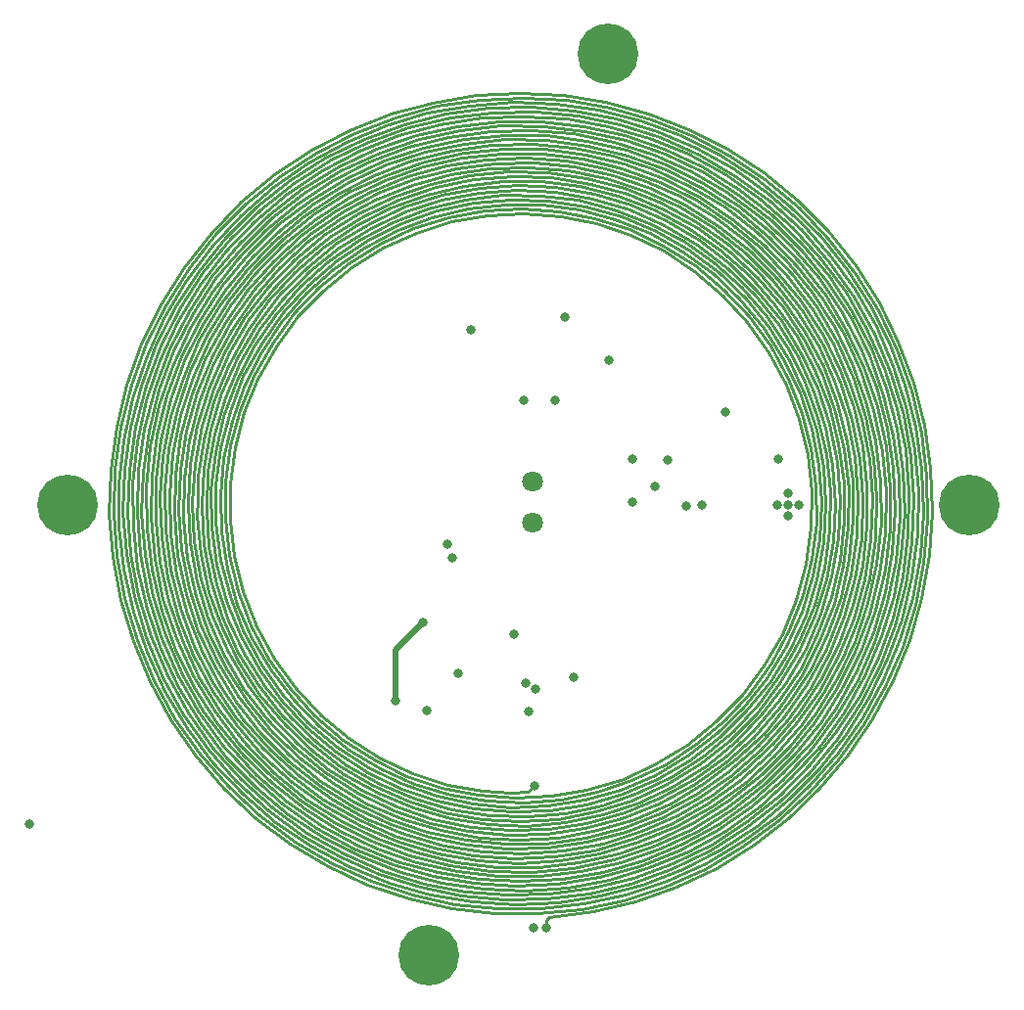
<source format=gbr>
%TF.GenerationSoftware,KiCad,Pcbnew,(6.0.7)*%
%TF.CreationDate,2023-01-31T02:36:04-08:00*%
%TF.ProjectId,solar-panel-side-Z,736f6c61-722d-4706-916e-656c2d736964,2.0*%
%TF.SameCoordinates,Original*%
%TF.FileFunction,Copper,L2,Inr*%
%TF.FilePolarity,Positive*%
%FSLAX46Y46*%
G04 Gerber Fmt 4.6, Leading zero omitted, Abs format (unit mm)*
G04 Created by KiCad (PCBNEW (6.0.7)) date 2023-01-31 02:36:05*
%MOMM*%
%LPD*%
G01*
G04 APERTURE LIST*
%TA.AperFunction,ComponentPad*%
%ADD10C,5.250000*%
%TD*%
%TA.AperFunction,ComponentPad*%
%ADD11C,1.800000*%
%TD*%
%TA.AperFunction,ViaPad*%
%ADD12C,0.800000*%
%TD*%
%TA.AperFunction,Conductor*%
%ADD13C,0.500000*%
%TD*%
%TA.AperFunction,Conductor*%
%ADD14C,0.250000*%
%TD*%
G04 APERTURE END LIST*
D10*
%TO.N,unconnected-(J3-Pad1)*%
%TO.C,J3*%
X110500000Y-85000000D03*
%TD*%
%TO.N,unconnected-(J4-Pad1)*%
%TO.C,J4*%
X141750000Y-124000000D03*
%TD*%
%TO.N,unconnected-(J5-Pad1)*%
%TO.C,J5*%
X157250000Y-46000000D03*
%TD*%
%TO.N,unconnected-(J6-Pad1)*%
%TO.C,J6*%
X188500000Y-85000000D03*
%TD*%
D11*
%TO.N,Net-(FB1-Pad1)*%
%TO.C,J2*%
X150689922Y-86520000D03*
%TO.N,Net-(FB2-Pad1)*%
X150689922Y-83020000D03*
%TD*%
D12*
%TO.N,+3V3*%
X138815000Y-101955000D03*
%TO.N,GND*%
X172760000Y-84040000D03*
X173700000Y-85030000D03*
X171850000Y-85030000D03*
X172770000Y-85950000D03*
X172770000Y-85030000D03*
X107150000Y-112590000D03*
X149060000Y-96220000D03*
X157310000Y-72510000D03*
X145330000Y-69850000D03*
X144270000Y-99550000D03*
X167400000Y-76940000D03*
X153500000Y-68760000D03*
%TO.N,+3V3*%
X159299922Y-84780000D03*
X141210000Y-95190000D03*
X150340000Y-102880000D03*
X171980000Y-81020000D03*
X164009922Y-85100000D03*
X154250000Y-99940000D03*
%TO.N,VSOLAR*%
X141590000Y-102830000D03*
%TO.N,SDA*%
X149950000Y-75975000D03*
X150940000Y-100960000D03*
X143340000Y-88410000D03*
X152684500Y-76000000D03*
%TO.N,SCL*%
X143775000Y-89605000D03*
X150070000Y-100390000D03*
%TO.N,Net-(D1-Pad3)*%
X161239922Y-83380000D03*
X159309922Y-81070000D03*
%TO.N,VSense*%
X162404922Y-81085000D03*
X165349922Y-85060000D03*
%TO.N,Net-(U2-Pad7)*%
X150800000Y-121570000D03*
X150850000Y-109290000D03*
X151910000Y-121620000D03*
%TD*%
D13*
%TO.N,+3V3*%
X138815000Y-101955000D02*
X138815000Y-97585000D01*
X138815000Y-97585000D02*
X141210000Y-95190000D01*
D14*
%TO.N,Net-(U2-Pad7)*%
X183785000Y-78225000D02*
X182865000Y-74615000D01*
X142125000Y-114665000D02*
X145575000Y-115315000D01*
X137445000Y-106875000D02*
X140295000Y-108225000D01*
X172435000Y-103335000D02*
X174405000Y-100555000D01*
X176855000Y-84895000D02*
X176635000Y-81575000D01*
X142435000Y-110605000D02*
X145645000Y-111285000D01*
X117325000Y-87065000D02*
X117765000Y-90615000D01*
X171225000Y-58705000D02*
X168265000Y-56535000D01*
X128905000Y-61105000D02*
X126365000Y-63575000D01*
X149425000Y-57365000D02*
X146105000Y-57595000D01*
X162075000Y-54195000D02*
X158645000Y-53015000D01*
X119845000Y-96505000D02*
X121305000Y-99725000D01*
X122715000Y-88655000D02*
X123375000Y-91895000D01*
X120775000Y-94375000D02*
X122055000Y-97625000D01*
X138975000Y-61245000D02*
X136115000Y-62745000D01*
X173725000Y-59305000D02*
X170805000Y-56855000D01*
X117425000Y-92845000D02*
X118495000Y-96335000D01*
X147405000Y-120305000D02*
X151155000Y-120325000D01*
X173035000Y-62565000D02*
X170415000Y-60115000D01*
X123875000Y-105775000D02*
X126275000Y-108425000D01*
X123385000Y-90205000D02*
X124215000Y-93325000D01*
X140055000Y-115335000D02*
X143515000Y-116195000D01*
X152175000Y-120665000D02*
X155945000Y-120175000D01*
X150095000Y-54965000D02*
X146625000Y-55115000D01*
X138635000Y-111425000D02*
X141815000Y-112515000D01*
X131535000Y-58565000D02*
X128725000Y-60735000D01*
X176735000Y-69515000D02*
X174825000Y-66565000D01*
X176255000Y-61335000D02*
X173595000Y-58645000D01*
X162615000Y-112605000D02*
X165675000Y-110935000D01*
X148975000Y-50175000D02*
X145275000Y-50435000D01*
X132005000Y-112955000D02*
X135195000Y-114705000D01*
X121985000Y-103925000D02*
X124235000Y-106835000D01*
X125645000Y-92505000D02*
X126815000Y-95495000D01*
X129715000Y-114325000D02*
X132965000Y-116275000D01*
X174665000Y-109275000D02*
X177115000Y-106445000D01*
X155365000Y-53485000D02*
X151875000Y-53045000D01*
X178555000Y-80865000D02*
X177865000Y-77485000D01*
X172595000Y-63845000D02*
X170055000Y-61385000D01*
X184505000Y-90015000D02*
X184835000Y-86265000D01*
X178775000Y-100145000D02*
X180265000Y-96835000D01*
X181235000Y-83875000D02*
X180905000Y-80325000D01*
X143325000Y-109195000D02*
X146405000Y-109775000D01*
X131125000Y-104215000D02*
X133655000Y-106345000D01*
X158895000Y-54755000D02*
X155445000Y-53905000D01*
X159415000Y-117275000D02*
X162845000Y-116015000D01*
X166755000Y-64885000D02*
X164175000Y-62945000D01*
X132785000Y-54965000D02*
X129665000Y-56945000D01*
X139825000Y-110605000D02*
X143005000Y-111585000D01*
X145055000Y-114435000D02*
X148495000Y-114745000D01*
X158765000Y-53465000D02*
X155215000Y-52645000D01*
X176955000Y-103245000D02*
X178775000Y-100145000D01*
X127215000Y-98785000D02*
X129055000Y-101375000D01*
X156055000Y-60195000D02*
X152955000Y-59585000D01*
X129565000Y-111775000D02*
X132625000Y-113795000D01*
X177145000Y-79705000D02*
X176325000Y-76485000D01*
X170045000Y-112795000D02*
X172905000Y-110435000D01*
X162765000Y-108475000D02*
X165525000Y-106685000D01*
X120215000Y-93945000D02*
X121445000Y-97245000D01*
X173465000Y-93235000D02*
X174315000Y-90125000D01*
X137925000Y-56905000D02*
X134775000Y-58435000D01*
X133535000Y-112475000D02*
X136735000Y-114095000D01*
X142725000Y-113165000D02*
X146085000Y-113765000D01*
X182055000Y-85475000D02*
X181895000Y-81835000D01*
X140665000Y-56755000D02*
X137485000Y-57965000D01*
X128375000Y-56405000D02*
X125495000Y-58795000D01*
X145605000Y-117735000D02*
X149215000Y-117965000D01*
X130155000Y-63745000D02*
X127785000Y-66195000D01*
X143215000Y-55655000D02*
X139885000Y-56585000D01*
X140225000Y-55215000D02*
X136945000Y-56455000D01*
X181915000Y-92885000D02*
X182575000Y-89345000D01*
X116115000Y-86855000D02*
X116515000Y-90435000D01*
X136695000Y-61035000D02*
X133905000Y-62765000D01*
X120055000Y-94745000D02*
X121355000Y-98015000D01*
X173135000Y-60955000D02*
X170365000Y-58535000D01*
X166545000Y-113215000D02*
X169525000Y-111185000D01*
X155875000Y-58495000D02*
X152655000Y-57935000D01*
X119385000Y-75845000D02*
X118555000Y-79325000D01*
X115655000Y-85575000D02*
X115935000Y-89245000D01*
X127115000Y-101475000D02*
X129245000Y-104025000D01*
X126335000Y-95445000D02*
X127855000Y-98285000D01*
X175385000Y-71195000D02*
X173565000Y-68245000D01*
X174775000Y-106165000D02*
X176955000Y-103245000D01*
X140295000Y-118735000D02*
X143945000Y-119525000D01*
X124465000Y-67205000D02*
X122605000Y-70195000D01*
X163255000Y-111845000D02*
X166255000Y-110085000D01*
X115905000Y-78245000D02*
X115385000Y-81915000D01*
X161665000Y-57055000D02*
X158385000Y-55855000D01*
X146555000Y-59555000D02*
X143425000Y-60125000D01*
X122275000Y-88365000D02*
X122875000Y-91565000D01*
X164905000Y-62465000D02*
X162055000Y-60775000D01*
X151995000Y-111045000D02*
X155205000Y-110535000D01*
X120745000Y-78575000D02*
X120205000Y-81975000D01*
X125465000Y-96405000D02*
X127035000Y-99245000D01*
X148135000Y-57005000D02*
X144805000Y-57385000D01*
X153115000Y-110505000D02*
X156255000Y-109865000D01*
X181695000Y-73635000D02*
X180275000Y-70225000D01*
X174075000Y-68275000D02*
X171965000Y-65545000D01*
X177625000Y-102955000D02*
X179415000Y-99775000D01*
X150300000Y-109840000D02*
X150850000Y-109290000D01*
X143545000Y-56405000D02*
X140265000Y-57305000D01*
X175495000Y-107785000D02*
X177795000Y-104855000D01*
X123305000Y-86535000D02*
X123705000Y-89735000D01*
X177145000Y-107055000D02*
X179335000Y-103985000D01*
X131275000Y-65985000D02*
X129095000Y-68375000D01*
X147095000Y-116675000D02*
X150605000Y-116745000D01*
X120855000Y-84825000D02*
X121045000Y-88235000D01*
X116105000Y-83165000D02*
X116115000Y-86855000D01*
X121775000Y-95955000D02*
X123245000Y-99105000D01*
X120055000Y-100775000D02*
X121985000Y-103925000D01*
X142395000Y-59575000D02*
X139335000Y-60655000D01*
X129615000Y-107175000D02*
X132325000Y-109335000D01*
X177115000Y-106445000D02*
X179245000Y-103375000D01*
X168935000Y-114065000D02*
X171925000Y-111825000D01*
X118735000Y-93135000D02*
X119845000Y-96505000D01*
X165455000Y-57155000D02*
X162255000Y-55565000D01*
X155365000Y-112545000D02*
X158625000Y-111645000D01*
X150565000Y-50575000D02*
X146885000Y-50675000D01*
X160765000Y-53265000D02*
X157225000Y-52235000D01*
X125285000Y-98655000D02*
X127115000Y-101475000D01*
X128145000Y-109075000D02*
X130935000Y-111285000D01*
X160255000Y-56915000D02*
X156935000Y-55875000D01*
X145935000Y-110115000D02*
X149155000Y-110365000D01*
X182435000Y-86135000D02*
X182365000Y-82585000D01*
X161955000Y-56745000D02*
X158605000Y-55505000D01*
X119205000Y-93335000D02*
X120355000Y-96715000D01*
X176385000Y-63985000D02*
X173965000Y-61225000D01*
X142495000Y-116805000D02*
X146035000Y-117385000D01*
X131705000Y-106335000D02*
X134355000Y-108285000D01*
X178545000Y-96835000D02*
X179685000Y-93505000D01*
X171965000Y-65545000D02*
X169565000Y-63095000D01*
X177105000Y-87925000D02*
X177255000Y-84625000D01*
X171245000Y-71255000D02*
X169375000Y-68675000D01*
X141685000Y-113725000D02*
X145055000Y-114435000D01*
X139285000Y-109095000D02*
X142405000Y-110185000D01*
X121645000Y-91585000D02*
X122615000Y-94795000D01*
X122075000Y-78145000D02*
X121465000Y-81455000D01*
X119675000Y-85845000D02*
X119985000Y-89325000D01*
X184315000Y-81925000D02*
X183785000Y-78225000D01*
X152175000Y-120665000D02*
X151910000Y-120930000D01*
X122905000Y-62675000D02*
X120665000Y-65675000D01*
X118455000Y-84335000D02*
X118595000Y-87845000D01*
X156175000Y-60645000D02*
X153145000Y-60035000D01*
X161395000Y-61335000D02*
X158395000Y-60065000D01*
X169895000Y-66825000D02*
X167535000Y-64495000D01*
X126435000Y-96575000D02*
X128065000Y-99355000D01*
X149215000Y-117965000D02*
X152845000Y-117795000D01*
X120975000Y-92205000D02*
X122015000Y-95465000D01*
X119385000Y-90575000D02*
X120215000Y-93945000D01*
X164175000Y-62945000D02*
X161395000Y-61335000D01*
X176325000Y-76485000D02*
X175105000Y-73335000D01*
X181805000Y-89045000D02*
X182055000Y-85475000D01*
X121675000Y-85945000D02*
X121995000Y-89255000D01*
X122995000Y-94675000D02*
X124345000Y-97755000D01*
X130865000Y-60035000D02*
X128145000Y-62335000D01*
X175115000Y-94615000D02*
X176085000Y-91475000D01*
X117655000Y-96375000D02*
X119095000Y-99775000D01*
X134815000Y-57955000D02*
X131855000Y-59805000D01*
X122605000Y-70195000D02*
X121105000Y-73365000D01*
X147785000Y-51815000D02*
X144175000Y-52215000D01*
X167535000Y-54195000D02*
X164195000Y-52485000D01*
X115995000Y-74615000D02*
X115095000Y-78225000D01*
X165715000Y-115975000D02*
X168935000Y-114065000D01*
X124495000Y-76925000D02*
X123705000Y-80065000D01*
X129105000Y-62535000D02*
X126695000Y-65005000D01*
X172595000Y-74615000D02*
X171095000Y-71815000D01*
X182715000Y-82045000D02*
X182195000Y-78435000D01*
X162055000Y-60775000D02*
X159055000Y-59455000D01*
X179805000Y-91335000D02*
X180325000Y-87875000D01*
X155445000Y-53905000D02*
X151925000Y-53445000D01*
X139135000Y-58565000D02*
X136075000Y-60005000D01*
X183505000Y-88225000D02*
X183655000Y-84505000D01*
X128925000Y-101845000D02*
X131125000Y-104215000D01*
X123025000Y-72945000D02*
X121815000Y-76105000D01*
X180405000Y-74805000D02*
X179095000Y-71475000D01*
X124345000Y-97755000D02*
X126035000Y-100635000D01*
X121405000Y-100735000D02*
X123345000Y-103775000D01*
X169075000Y-63185000D02*
X166275000Y-60985000D01*
X142035000Y-50185000D02*
X138415000Y-51175000D01*
X171095000Y-71815000D02*
X169265000Y-69195000D01*
X163615000Y-114345000D02*
X166765000Y-112615000D01*
X143205000Y-51165000D02*
X139595000Y-52055000D01*
X158705000Y-113305000D02*
X161925000Y-112045000D01*
X124525000Y-83145000D02*
X124505000Y-86335000D01*
X176555000Y-91215000D02*
X177105000Y-87925000D01*
X178575000Y-91335000D02*
X179115000Y-87905000D01*
X118375000Y-75035000D02*
X117475000Y-78545000D01*
X140265000Y-57305000D02*
X137085000Y-58595000D01*
X147985000Y-52205000D02*
X144395000Y-52585000D01*
X156775000Y-111795000D02*
X159925000Y-110735000D01*
X164945000Y-110445000D02*
X167805000Y-108475000D01*
X135885000Y-109665000D02*
X138915000Y-111105000D01*
X149875000Y-49765000D02*
X146145000Y-49935000D01*
X116515000Y-90435000D02*
X117325000Y-94035000D01*
X171625000Y-106665000D02*
X173945000Y-104005000D01*
X131565000Y-61515000D02*
X129005000Y-63725000D01*
X136645000Y-60605000D02*
X133805000Y-62345000D01*
X176885000Y-76945000D02*
X175735000Y-73765000D01*
X121445000Y-97245000D02*
X123025000Y-100345000D01*
X130045000Y-57165000D02*
X127145000Y-59455000D01*
X128245000Y-66275000D02*
X126185000Y-68935000D01*
X154175000Y-116415000D02*
X157695000Y-115685000D01*
X178315000Y-68245000D02*
X176315000Y-65215000D01*
X179125000Y-77565000D02*
X178085000Y-74245000D01*
X152875000Y-112155000D02*
X156155000Y-111545000D01*
X172385000Y-72385000D02*
X170665000Y-69685000D01*
X114585000Y-81905000D02*
X114465000Y-85675000D01*
X174735000Y-99215000D02*
X176225000Y-96165000D01*
X155835000Y-118165000D02*
X159415000Y-117275000D01*
X173945000Y-104005000D02*
X175935000Y-101125000D01*
X148715000Y-113155000D02*
X152065000Y-113045000D01*
X166915000Y-114855000D02*
X170045000Y-112795000D01*
X125055000Y-102035000D02*
X127185000Y-104725000D01*
X150925000Y-50985000D02*
X147235000Y-51045000D01*
X123025000Y-100345000D02*
X124965000Y-103275000D01*
X119985000Y-69155000D02*
X118445000Y-72475000D01*
X126185000Y-68935000D02*
X124445000Y-71845000D01*
X120955000Y-64545000D02*
X118955000Y-67705000D01*
X174655000Y-109855000D02*
X177145000Y-107055000D01*
X141575000Y-58145000D02*
X138425000Y-59305000D01*
X139645000Y-59235000D02*
X136645000Y-60605000D01*
X129035000Y-103195000D02*
X131375000Y-105525000D01*
X156565000Y-118835000D02*
X160155000Y-117885000D01*
X178945000Y-101525000D02*
X180575000Y-98205000D01*
X183435000Y-75115000D02*
X182185000Y-71565000D01*
X118875000Y-101115000D02*
X120795000Y-104315000D01*
X149505000Y-115965000D02*
X153035000Y-115765000D01*
X160985000Y-51655000D02*
X157355000Y-50625000D01*
X135635000Y-114475000D02*
X138955000Y-115815000D01*
X176425000Y-83855000D02*
X176095000Y-80635000D01*
X164845000Y-105695000D02*
X167345000Y-103585000D01*
X160675000Y-51125000D02*
X156985000Y-50135000D01*
X160085000Y-113245000D02*
X163255000Y-111845000D01*
X137485000Y-57965000D02*
X134415000Y-59565000D01*
X122975000Y-72105000D02*
X121665000Y-75285000D01*
X176675000Y-71075000D02*
X174885000Y-68045000D01*
X120835000Y-89605000D02*
X121585000Y-92925000D01*
X114685000Y-78235000D02*
X114175000Y-81965000D01*
X167355000Y-111275000D02*
X170175000Y-109115000D01*
X173765000Y-63955000D02*
X171295000Y-61415000D01*
X115585000Y-74585000D02*
X114685000Y-78235000D01*
X125895000Y-58965000D02*
X123295000Y-61605000D01*
X180095000Y-103515000D02*
X181875000Y-100195000D01*
X169195000Y-102825000D02*
X171235000Y-100275000D01*
X118885000Y-83575000D02*
X118935000Y-87105000D01*
X153495000Y-112475000D02*
X156775000Y-111795000D01*
X126055000Y-102055000D02*
X128215000Y-104675000D01*
X148215000Y-119145000D02*
X151925000Y-119075000D01*
X168505000Y-58145000D02*
X165485000Y-56255000D01*
X158925000Y-58135000D02*
X155665000Y-57215000D01*
X120065000Y-85405000D02*
X120315000Y-88835000D01*
X177585000Y-83045000D02*
X177145000Y-79705000D01*
X149755000Y-59365000D02*
X146555000Y-59555000D01*
X167345000Y-107305000D02*
X169845000Y-105045000D01*
X172255000Y-96155000D02*
X173465000Y-93235000D01*
X133225000Y-61775000D02*
X130615000Y-63865000D01*
X151535000Y-54625000D02*
X148055000Y-54605000D01*
X171355000Y-60395000D02*
X168505000Y-58145000D01*
X173395000Y-106535000D02*
X175635000Y-103745000D01*
X120205000Y-81975000D02*
X120065000Y-85405000D01*
X157655000Y-54815000D02*
X154215000Y-54105000D01*
X164705000Y-112435000D02*
X167705000Y-110545000D01*
X148615000Y-56185000D02*
X145225000Y-56505000D01*
X145145000Y-59355000D02*
X141995000Y-60115000D01*
X160815000Y-116385000D02*
X164175000Y-114965000D01*
X168265000Y-56535000D02*
X165085000Y-54685000D01*
X166905000Y-60935000D02*
X163995000Y-59085000D01*
X119795000Y-67845000D02*
X118125000Y-71165000D01*
X171555000Y-105575000D02*
X173755000Y-102935000D01*
X175565000Y-61765000D02*
X172875000Y-59075000D01*
X122915000Y-66635000D02*
X121035000Y-69735000D01*
X164995000Y-113185000D02*
X168035000Y-111285000D01*
X115095000Y-78225000D02*
X114585000Y-81905000D01*
X130105000Y-114105000D02*
X133335000Y-116015000D01*
X166575000Y-116425000D02*
X169815000Y-114435000D01*
X175755000Y-67185000D02*
X173575000Y-64345000D01*
X125335000Y-105655000D02*
X127825000Y-108245000D01*
X128485000Y-71285000D02*
X126925000Y-74095000D01*
X137515000Y-109165000D02*
X140535000Y-110435000D01*
X174015000Y-62435000D02*
X171335000Y-59845000D01*
X177205000Y-96925000D02*
X178395000Y-93645000D01*
X124085000Y-86195000D02*
X124445000Y-89355000D01*
X179795000Y-72065000D02*
X178175000Y-68805000D01*
X185255000Y-85645000D02*
X185105000Y-81785000D01*
X184345000Y-93045000D02*
X184995000Y-89345000D01*
X130825000Y-61585000D02*
X128255000Y-63905000D01*
X143425000Y-60125000D02*
X140395000Y-61085000D01*
X132325000Y-109335000D02*
X135295000Y-111165000D01*
X136595000Y-55295000D02*
X133405000Y-56905000D01*
X131535000Y-54305000D02*
X128375000Y-56405000D01*
X119925000Y-99645000D02*
X121725000Y-102815000D01*
X128965000Y-69185000D02*
X127175000Y-71865000D01*
X178425000Y-86265000D02*
X178375000Y-82865000D01*
X164195000Y-52485000D02*
X160675000Y-51125000D01*
X169235000Y-112395000D02*
X172085000Y-110105000D01*
X164165000Y-61035000D02*
X161205000Y-59475000D01*
X163385000Y-58305000D02*
X160255000Y-56915000D01*
X120795000Y-104315000D02*
X123025000Y-107265000D01*
X118455000Y-89895000D02*
X119205000Y-93335000D01*
X167705000Y-110545000D02*
X170485000Y-108315000D01*
X168005000Y-60255000D02*
X165055000Y-58315000D01*
X178085000Y-89635000D02*
X178425000Y-86265000D01*
X167475000Y-57935000D02*
X164405000Y-56135000D01*
X168485000Y-59115000D02*
X165455000Y-57155000D01*
X129695000Y-100885000D02*
X131835000Y-103235000D01*
X138565000Y-116105000D02*
X142055000Y-117115000D01*
X168935000Y-102515000D02*
X170955000Y-99975000D01*
X118215000Y-78965000D02*
X117745000Y-82515000D01*
X135245000Y-110685000D02*
X138355000Y-112175000D01*
X158615000Y-57605000D02*
X155365000Y-56745000D01*
X155255000Y-54685000D02*
X151715000Y-54235000D01*
X178545000Y-66335000D02*
X176355000Y-63315000D01*
X133895000Y-55725000D02*
X130755000Y-57645000D01*
X130365000Y-58915000D02*
X127595000Y-61205000D01*
X128875000Y-66765000D02*
X126835000Y-69405000D01*
X165675000Y-110935000D02*
X168545000Y-108905000D01*
X158445000Y-112125000D02*
X161605000Y-110875000D01*
X181875000Y-72965000D02*
X180395000Y-69565000D01*
X162925000Y-109305000D02*
X165735000Y-107525000D01*
X128195000Y-111215000D02*
X131145000Y-113355000D01*
X133025000Y-63925000D02*
X130575000Y-66115000D01*
X173535000Y-70385000D02*
X171645000Y-67665000D01*
X131165000Y-110465000D02*
X134155000Y-112365000D01*
X133745000Y-105905000D02*
X136445000Y-107685000D01*
X149515000Y-49365000D02*
X145785000Y-49575000D01*
X144965000Y-114015000D02*
X148365000Y-114345000D01*
X175985000Y-66825000D02*
X173765000Y-63955000D01*
X125165000Y-93615000D02*
X126435000Y-96575000D01*
X126665000Y-66285000D02*
X124635000Y-69105000D01*
X170175000Y-109115000D02*
X172755000Y-106635000D01*
X121585000Y-92925000D02*
X122715000Y-96145000D01*
X175045000Y-93625000D02*
X175905000Y-90445000D01*
X161465000Y-108715000D02*
X164245000Y-107095000D01*
X171115000Y-58105000D02*
X168075000Y-55935000D01*
X153145000Y-60035000D02*
X149885000Y-59785000D01*
X123085000Y-76075000D02*
X122215000Y-79345000D01*
X172875000Y-59075000D02*
X169995000Y-56755000D01*
X130525000Y-110495000D02*
X133535000Y-112475000D01*
X122825000Y-78445000D02*
X122235000Y-81785000D01*
X123305000Y-83275000D02*
X123305000Y-86535000D01*
X161725000Y-110375000D02*
X164645000Y-108745000D01*
X123795000Y-75275000D02*
X122825000Y-78445000D01*
X168035000Y-111285000D02*
X170845000Y-109065000D01*
X170365000Y-58535000D02*
X167375000Y-56435000D01*
X183515000Y-93075000D02*
X184185000Y-89365000D01*
X122765000Y-70745000D02*
X121305000Y-73955000D01*
X144395000Y-52585000D02*
X140875000Y-53355000D01*
X181565000Y-71125000D02*
X179895000Y-67785000D01*
X146855000Y-112635000D02*
X150185000Y-112755000D01*
X127045000Y-69805000D02*
X125375000Y-72665000D01*
X174245000Y-74355000D02*
X172775000Y-71455000D01*
X125975000Y-66515000D02*
X123995000Y-69385000D01*
X131855000Y-59805000D02*
X129095000Y-62005000D01*
X180815000Y-86575000D02*
X180785000Y-82965000D01*
X176675000Y-88145000D02*
X176855000Y-84895000D01*
X176225000Y-96165000D02*
X177345000Y-92965000D01*
X151395000Y-119915000D02*
X155135000Y-119505000D01*
X128245000Y-57505000D02*
X125435000Y-59945000D01*
X151525000Y-59035000D02*
X148315000Y-58995000D01*
X137335000Y-113915000D02*
X140675000Y-115105000D01*
X173925000Y-71855000D02*
X172165000Y-69035000D01*
X133405000Y-56905000D02*
X130365000Y-58915000D01*
X143685000Y-60505000D02*
X140615000Y-61465000D01*
X165555000Y-109105000D02*
X168265000Y-107065000D01*
X158485000Y-109995000D02*
X161465000Y-108715000D01*
X120435000Y-73975000D02*
X119385000Y-77345000D01*
X177345000Y-92965000D02*
X178085000Y-89635000D01*
X155175000Y-112995000D02*
X158445000Y-112125000D01*
X130935000Y-111285000D02*
X134015000Y-113205000D01*
X118605000Y-94135000D02*
X119825000Y-97525000D01*
X137525000Y-107825000D02*
X140465000Y-109135000D01*
X123965000Y-80915000D02*
X123665000Y-84145000D01*
X129905000Y-108995000D02*
X132825000Y-111105000D01*
X144585000Y-54985000D02*
X141195000Y-55755000D01*
X180355000Y-79465000D02*
X179525000Y-76015000D01*
X135895000Y-112825000D02*
X139135000Y-114185000D01*
X120355000Y-96715000D02*
X121865000Y-99915000D01*
X158315000Y-109635000D02*
X161295000Y-108355000D01*
X182575000Y-89345000D02*
X182845000Y-85665000D01*
X170665000Y-69685000D02*
X168585000Y-67175000D01*
X118525000Y-71245000D02*
X117235000Y-74675000D01*
X119975000Y-76685000D02*
X119235000Y-80085000D01*
X176505000Y-92985000D02*
X177255000Y-89745000D01*
X176365000Y-97815000D02*
X177655000Y-94635000D01*
X133335000Y-116015000D02*
X136735000Y-117555000D01*
X183295000Y-96695000D02*
X184345000Y-93045000D01*
X177875000Y-64635000D02*
X175565000Y-61765000D01*
X116975000Y-82115000D02*
X116865000Y-85715000D01*
X166385000Y-64055000D02*
X163715000Y-62175000D01*
X180345000Y-94105000D02*
X181165000Y-90625000D01*
X176065000Y-97505000D02*
X177325000Y-94375000D01*
X139885000Y-56585000D02*
X136665000Y-57905000D01*
X130545000Y-108485000D02*
X133395000Y-110515000D01*
X175615000Y-63675000D02*
X173135000Y-60955000D01*
X118935000Y-87105000D02*
X119385000Y-90575000D01*
X178495000Y-66995000D02*
X176385000Y-63985000D01*
X142985000Y-114455000D02*
X146395000Y-115005000D01*
X158485000Y-112955000D02*
X161715000Y-111705000D01*
X119655000Y-71665000D02*
X118375000Y-75035000D01*
X157315000Y-117435000D02*
X160815000Y-116385000D01*
X134275000Y-105305000D02*
X136955000Y-107055000D01*
X124605000Y-69925000D02*
X123025000Y-72945000D01*
X170275000Y-102185000D02*
X172215000Y-99525000D01*
X175365000Y-96145000D02*
X176505000Y-92985000D01*
X157225000Y-52235000D02*
X153635000Y-51605000D01*
X143635000Y-119875000D02*
X147405000Y-120305000D01*
X184995000Y-89345000D02*
X185255000Y-85645000D01*
X175245000Y-78535000D02*
X174275000Y-75475000D01*
X175105000Y-73335000D02*
X173535000Y-70385000D01*
X159275000Y-108835000D02*
X162195000Y-107415000D01*
X138405000Y-112625000D02*
X141685000Y-113725000D01*
X172955000Y-105825000D02*
X175175000Y-103015000D01*
X127825000Y-108245000D02*
X130525000Y-110495000D01*
X122185000Y-102785000D02*
X124325000Y-105695000D01*
X142795000Y-117685000D02*
X146435000Y-118225000D01*
X166765000Y-112615000D02*
X169715000Y-110535000D01*
X116825000Y-74655000D02*
X115905000Y-78245000D01*
X127185000Y-104725000D02*
X129615000Y-107175000D01*
X174795000Y-78385000D02*
X173775000Y-75305000D01*
X171925000Y-111825000D02*
X174665000Y-109275000D01*
X121305000Y-73955000D02*
X120235000Y-77245000D01*
X175215000Y-86525000D02*
X175195000Y-83305000D01*
X148785000Y-111155000D02*
X151995000Y-111045000D01*
X123965000Y-97905000D02*
X125675000Y-100815000D01*
X162145000Y-118025000D02*
X165615000Y-116475000D01*
X136425000Y-112195000D02*
X139615000Y-113505000D01*
X121865000Y-70735000D02*
X120435000Y-73975000D01*
X145975000Y-115765000D02*
X149505000Y-115965000D01*
X182745000Y-77195000D02*
X181695000Y-73635000D01*
X177325000Y-94375000D02*
X178225000Y-91065000D01*
X179685000Y-93505000D02*
X180445000Y-90085000D01*
X156475000Y-115165000D02*
X159875000Y-114175000D01*
X116595000Y-92835000D02*
X117655000Y-96375000D01*
X151795000Y-114275000D02*
X155245000Y-113795000D01*
X173765000Y-97645000D02*
X175115000Y-94615000D01*
X115535000Y-89275000D02*
X116205000Y-92915000D01*
X181585000Y-87075000D02*
X181615000Y-83485000D01*
X161925000Y-112045000D02*
X164945000Y-110445000D01*
X165085000Y-62105000D02*
X162215000Y-60405000D01*
X179135000Y-97495000D02*
X180345000Y-94105000D01*
X122215000Y-79345000D02*
X121755000Y-82575000D01*
X152735000Y-50305000D02*
X148975000Y-50175000D01*
X143695000Y-111335000D02*
X146965000Y-111845000D01*
X177275000Y-73295000D02*
X175735000Y-70175000D01*
X165055000Y-58315000D02*
X161955000Y-56745000D01*
X158605000Y-55505000D02*
X155255000Y-54685000D01*
X135035000Y-64445000D02*
X132575000Y-66445000D01*
X177795000Y-104855000D02*
X179765000Y-101695000D01*
X175485000Y-88005000D02*
X175655000Y-84795000D01*
X123635000Y-67715000D02*
X121865000Y-70735000D01*
X178845000Y-84285000D02*
X178555000Y-80865000D01*
X133965000Y-107545000D02*
X136855000Y-109275000D01*
X175735000Y-73765000D02*
X174225000Y-70765000D01*
X170415000Y-62785000D02*
X167705000Y-60525000D01*
X124885000Y-89455000D02*
X125645000Y-92505000D01*
X117635000Y-79955000D02*
X117285000Y-83485000D01*
X174875000Y-105405000D02*
X176945000Y-102525000D01*
X121815000Y-76105000D02*
X120975000Y-79415000D01*
X153035000Y-115765000D02*
X156475000Y-115165000D01*
X126275000Y-108425000D02*
X129025000Y-110855000D01*
X155355000Y-114185000D02*
X158705000Y-113305000D01*
X161035000Y-114595000D02*
X164315000Y-113095000D01*
X124965000Y-103275000D02*
X127225000Y-105965000D01*
X129095000Y-68375000D02*
X127205000Y-71035000D01*
X127095000Y-111865000D02*
X130105000Y-114105000D01*
X167125000Y-66865000D02*
X164705000Y-64825000D01*
X165385000Y-57575000D02*
X162225000Y-55985000D01*
X170055000Y-61385000D02*
X167255000Y-59225000D01*
X144865000Y-118445000D02*
X148505000Y-118755000D01*
X122655000Y-74905000D02*
X121655000Y-78165000D01*
X121725000Y-102815000D02*
X123875000Y-105775000D01*
X119555000Y-80645000D02*
X119265000Y-84095000D01*
X151355000Y-58225000D02*
X148105000Y-58205000D01*
X140615000Y-61465000D02*
X137785000Y-62745000D01*
X126815000Y-95495000D02*
X128325000Y-98275000D01*
X128365000Y-108195000D02*
X131165000Y-110465000D01*
X124505000Y-86335000D02*
X124885000Y-89455000D01*
X164175000Y-114965000D02*
X167375000Y-113175000D01*
X179215000Y-79905000D02*
X178435000Y-76545000D01*
X173775000Y-75305000D02*
X172385000Y-72385000D01*
X168025000Y-104585000D02*
X170275000Y-102185000D01*
X172795000Y-112135000D02*
X175525000Y-109525000D01*
X129765000Y-108365000D02*
X132575000Y-110465000D01*
X178995000Y-81055000D02*
X178315000Y-77635000D01*
X114355000Y-89525000D02*
X115035000Y-93195000D01*
X174045000Y-92825000D02*
X174825000Y-89715000D01*
X164865000Y-54125000D02*
X161475000Y-52675000D01*
X142335000Y-57515000D02*
X139135000Y-58565000D01*
X146775000Y-59965000D02*
X143685000Y-60505000D01*
X166875000Y-105095000D02*
X169195000Y-102825000D01*
X169845000Y-105045000D02*
X172065000Y-102515000D01*
X145635000Y-56845000D02*
X142335000Y-57515000D01*
X184035000Y-83855000D02*
X183715000Y-80185000D01*
X169025000Y-107995000D02*
X171555000Y-105575000D01*
X177025000Y-105235000D02*
X179045000Y-102155000D01*
X162225000Y-55985000D02*
X158895000Y-54755000D01*
X141815000Y-112515000D02*
X145105000Y-113225000D01*
X146965000Y-111845000D02*
X150245000Y-111955000D01*
X164055000Y-105725000D02*
X166555000Y-103735000D01*
X148325000Y-52995000D02*
X144755000Y-53335000D01*
X117285000Y-83485000D02*
X117325000Y-87065000D01*
X114065000Y-85745000D02*
X114355000Y-89525000D01*
X139335000Y-60655000D02*
X136435000Y-62095000D01*
X153745000Y-118095000D02*
X157315000Y-117435000D01*
X132255000Y-104165000D02*
X134785000Y-106165000D01*
X132825000Y-111105000D02*
X135895000Y-112825000D01*
X122015000Y-95465000D02*
X123415000Y-98575000D01*
X122195000Y-64885000D02*
X120195000Y-67955000D01*
X173835000Y-67245000D02*
X171635000Y-64575000D01*
X149155000Y-110365000D02*
X152335000Y-110195000D01*
X171155000Y-106565000D02*
X173495000Y-103925000D01*
X137995000Y-56445000D02*
X134815000Y-57955000D01*
X154195000Y-52885000D02*
X150615000Y-52575000D01*
X173695000Y-77555000D02*
X172595000Y-74615000D01*
X149915000Y-110765000D02*
X153115000Y-110505000D01*
X169095000Y-112985000D02*
X172015000Y-110695000D01*
X172905000Y-110435000D02*
X175495000Y-107785000D01*
X140605000Y-53015000D02*
X137175000Y-54185000D01*
X144195000Y-116725000D02*
X147715000Y-117115000D01*
X142425000Y-50505000D02*
X138805000Y-51465000D01*
X152845000Y-117795000D02*
X156445000Y-117225000D01*
X171295000Y-61415000D02*
X168485000Y-59115000D01*
X143945000Y-119525000D02*
X147655000Y-119915000D01*
X143545000Y-112125000D02*
X146855000Y-112635000D01*
X120245000Y-78975000D02*
X119765000Y-82405000D01*
X131205000Y-64415000D02*
X128875000Y-66765000D01*
X172085000Y-110105000D02*
X174685000Y-107485000D01*
X172895000Y-95785000D02*
X174045000Y-92825000D01*
X121445000Y-88165000D02*
X122015000Y-91425000D01*
X168405000Y-59555000D02*
X165385000Y-57575000D01*
X173975000Y-99725000D02*
X175545000Y-96725000D01*
X179065000Y-73455000D02*
X177585000Y-70225000D01*
X174685000Y-107485000D02*
X176985000Y-104615000D01*
X158765000Y-118715000D02*
X162335000Y-117525000D01*
X159875000Y-114175000D02*
X163105000Y-112815000D01*
X116315000Y-78255000D02*
X115785000Y-81935000D01*
X151865000Y-113465000D02*
X155175000Y-112995000D01*
X147035000Y-52665000D02*
X143455000Y-53155000D01*
X174225000Y-70765000D02*
X172365000Y-67945000D01*
X178435000Y-76545000D02*
X177275000Y-73295000D01*
X116115000Y-96815000D02*
X117565000Y-100285000D01*
X121495000Y-106645000D02*
X123975000Y-109505000D01*
X151910000Y-120930000D02*
X151910000Y-121620000D01*
X119065000Y-75525000D02*
X118215000Y-78965000D01*
X128255000Y-63905000D02*
X125975000Y-66515000D01*
X160845000Y-61515000D02*
X157815000Y-60295000D01*
X116495000Y-79505000D02*
X116105000Y-83165000D01*
X118445000Y-72475000D02*
X117275000Y-75935000D01*
X158625000Y-111645000D02*
X161725000Y-110375000D01*
X134575000Y-53585000D02*
X131315000Y-55375000D01*
X170075000Y-103035000D02*
X172075000Y-100465000D01*
X116125000Y-94215000D02*
X117315000Y-97725000D01*
X170085000Y-64695000D02*
X167575000Y-62445000D01*
X163715000Y-62175000D02*
X160785000Y-60605000D01*
X177985000Y-86925000D02*
X178015000Y-83545000D01*
X119885000Y-91045000D02*
X120775000Y-94375000D01*
X166165000Y-114365000D02*
X169235000Y-112395000D01*
X162155000Y-54655000D02*
X158765000Y-53465000D01*
X121705000Y-84595000D02*
X121675000Y-85945000D01*
X123375000Y-91895000D02*
X124405000Y-94995000D01*
X156935000Y-55875000D02*
X153555000Y-55225000D01*
X169525000Y-111185000D02*
X172285000Y-108825000D01*
X181245000Y-79925000D02*
X180485000Y-76445000D01*
X177655000Y-94635000D02*
X178575000Y-91335000D01*
X185105000Y-81785000D02*
X184565000Y-78055000D01*
X133035000Y-107865000D02*
X135885000Y-109665000D01*
X160785000Y-60605000D02*
X157725000Y-59425000D01*
X175505000Y-105905000D02*
X177625000Y-102955000D01*
X181085000Y-73135000D02*
X179595000Y-69765000D01*
X152315000Y-56695000D02*
X149005000Y-56575000D01*
X155205000Y-110535000D02*
X158315000Y-109635000D01*
X124445000Y-71845000D02*
X123075000Y-74915000D01*
X152655000Y-57935000D02*
X149365000Y-57765000D01*
X153555000Y-55225000D02*
X150095000Y-54965000D01*
X179245000Y-84405000D02*
X178995000Y-81055000D01*
X183155000Y-87545000D02*
X183235000Y-83895000D01*
X136345000Y-110815000D02*
X139485000Y-112185000D01*
X146335000Y-51525000D02*
X142695000Y-52085000D01*
X123145000Y-78815000D02*
X122605000Y-82065000D01*
X182865000Y-74615000D02*
X181565000Y-71125000D01*
X154215000Y-54105000D02*
X150685000Y-53785000D01*
X115785000Y-81935000D02*
X115655000Y-85575000D01*
X134745000Y-57085000D02*
X131705000Y-58935000D01*
X122175000Y-69325000D02*
X120595000Y-72505000D01*
X164065000Y-106735000D02*
X166655000Y-104755000D01*
X136945000Y-56455000D02*
X133815000Y-58065000D01*
X174285000Y-94545000D02*
X175275000Y-91415000D01*
X159155000Y-59065000D02*
X156015000Y-58115000D01*
X180855000Y-96395000D02*
X181915000Y-92885000D01*
X129025000Y-110855000D02*
X132005000Y-112955000D01*
X140875000Y-53355000D02*
X137455000Y-54505000D01*
X176995000Y-81255000D02*
X176355000Y-78025000D01*
X131255000Y-103785000D02*
X133745000Y-105905000D01*
X118955000Y-67705000D02*
X117295000Y-71075000D01*
X174455000Y-80645000D02*
X173695000Y-77555000D01*
X176025000Y-78355000D02*
X175015000Y-75185000D01*
X180575000Y-68185000D02*
X178635000Y-65015000D01*
X135295000Y-52815000D02*
X131945000Y-54525000D01*
X137375000Y-116945000D02*
X140925000Y-118075000D01*
X166275000Y-60985000D02*
X163425000Y-59235000D01*
X164405000Y-56135000D02*
X161155000Y-54685000D01*
X139345000Y-109555000D02*
X142435000Y-110605000D01*
X124215000Y-93325000D02*
X125465000Y-96405000D01*
X148055000Y-54605000D02*
X144585000Y-54985000D01*
X119265000Y-84095000D02*
X119375000Y-87595000D01*
X150835000Y-55395000D02*
X147395000Y-55445000D01*
X175845000Y-73025000D02*
X174245000Y-70015000D01*
X117995000Y-74915000D02*
X117095000Y-78425000D01*
X117275000Y-75935000D02*
X116495000Y-79505000D01*
X127205000Y-71035000D02*
X125675000Y-73885000D01*
X118725000Y-80795000D02*
X118455000Y-84335000D01*
X125385000Y-76765000D02*
X124555000Y-79875000D01*
X154565000Y-51325000D02*
X150925000Y-50985000D01*
X166265000Y-64985000D02*
X163665000Y-63085000D01*
X176315000Y-65215000D02*
X174015000Y-62435000D01*
X116205000Y-92915000D02*
X117265000Y-96475000D01*
X129425000Y-58115000D02*
X126645000Y-60445000D01*
X123415000Y-98575000D02*
X125175000Y-101505000D01*
X158645000Y-53015000D02*
X155065000Y-52215000D01*
X125185000Y-72165000D02*
X123795000Y-75275000D01*
X182845000Y-85665000D02*
X182715000Y-82045000D01*
X146945000Y-55885000D02*
X143545000Y-56405000D01*
X126785000Y-109465000D02*
X129565000Y-111775000D01*
X125915000Y-105715000D02*
X128365000Y-108195000D01*
X125605000Y-62625000D02*
X123295000Y-65415000D01*
X141275000Y-117755000D02*
X144865000Y-118445000D01*
X151645000Y-52225000D02*
X147985000Y-52205000D01*
X138245000Y-117685000D02*
X141795000Y-118695000D01*
X159055000Y-59455000D02*
X155875000Y-58495000D01*
X125375000Y-72665000D02*
X124075000Y-75675000D01*
X147685000Y-116315000D02*
X151225000Y-116315000D01*
X143005000Y-111585000D02*
X146275000Y-112175000D01*
X128215000Y-60115000D02*
X125605000Y-62625000D01*
X118125000Y-82785000D02*
X118095000Y-86415000D01*
X172075000Y-100465000D02*
X173765000Y-97645000D01*
X163155000Y-118055000D02*
X166575000Y-116425000D01*
X142495000Y-115165000D02*
X145975000Y-115765000D01*
X174665000Y-108105000D02*
X177025000Y-105235000D01*
X167695000Y-63055000D02*
X164975000Y-61075000D01*
X117225000Y-72295000D02*
X116065000Y-75815000D01*
X114465000Y-85675000D02*
X114745000Y-89415000D01*
X127565000Y-100735000D02*
X129675000Y-103305000D01*
X173645000Y-72185000D02*
X171925000Y-69385000D01*
X156255000Y-109865000D02*
X159275000Y-108835000D01*
X159605000Y-119305000D02*
X163155000Y-118055000D01*
X168265000Y-107065000D02*
X170725000Y-104705000D01*
X128055000Y-103295000D02*
X130385000Y-105715000D01*
X121665000Y-75285000D02*
X120745000Y-78575000D01*
X127855000Y-98285000D02*
X129695000Y-100885000D01*
X129675000Y-103305000D02*
X132065000Y-105595000D01*
X122375000Y-72435000D02*
X121125000Y-75635000D01*
X179605000Y-83345000D02*
X179215000Y-79905000D01*
X142085000Y-112175000D02*
X145385000Y-112865000D01*
X180395000Y-69565000D02*
X178545000Y-66335000D01*
X139615000Y-113505000D02*
X142985000Y-114455000D01*
X123015000Y-105985000D02*
X125435000Y-108715000D01*
X148505000Y-118755000D02*
X152125000Y-118665000D01*
X133745000Y-63875000D02*
X131275000Y-65985000D01*
X178615000Y-64295000D02*
X176255000Y-61335000D01*
X137725000Y-116655000D02*
X141275000Y-117755000D01*
X137235000Y-114745000D02*
X140595000Y-115915000D01*
X183645000Y-74425000D02*
X182315000Y-70845000D01*
X176355000Y-63315000D02*
X173885000Y-60575000D01*
X168485000Y-57645000D02*
X165345000Y-55725000D01*
X151395000Y-51815000D02*
X147785000Y-51815000D01*
X117325000Y-94035000D02*
X118495000Y-97455000D01*
X127175000Y-71865000D02*
X125725000Y-74755000D01*
X158055000Y-58265000D02*
X154775000Y-57445000D01*
X120955000Y-68235000D02*
X119285000Y-71505000D01*
X149365000Y-57765000D02*
X146035000Y-58005000D01*
X140395000Y-61085000D02*
X137525000Y-62415000D01*
X159515000Y-112175000D02*
X162635000Y-110815000D01*
X174405000Y-100555000D02*
X176065000Y-97505000D01*
X175275000Y-91415000D02*
X175865000Y-88225000D01*
X171145000Y-61825000D02*
X168405000Y-59555000D01*
X161025000Y-55925000D02*
X157655000Y-54815000D01*
X143455000Y-53155000D02*
X139975000Y-54035000D01*
X137525000Y-62415000D02*
X134785000Y-64105000D01*
X144755000Y-53335000D02*
X141245000Y-54085000D01*
X183655000Y-84505000D02*
X183395000Y-80815000D01*
X134345000Y-115185000D02*
X137725000Y-116655000D01*
X182035000Y-95415000D02*
X182965000Y-91855000D01*
X118395000Y-76395000D02*
X117635000Y-79955000D01*
X172165000Y-69035000D02*
X170085000Y-66435000D01*
X178395000Y-93645000D02*
X179195000Y-90275000D01*
X145585000Y-58875000D02*
X142395000Y-59575000D01*
X118495000Y-97455000D02*
X120055000Y-100775000D01*
X148355000Y-53395000D02*
X144805000Y-53735000D01*
X166555000Y-103735000D02*
X168775000Y-101445000D01*
X176055000Y-84975000D02*
X175855000Y-81745000D01*
X144055000Y-55895000D02*
X140665000Y-56755000D01*
X152895000Y-119395000D02*
X156565000Y-118835000D01*
X149635000Y-117565000D02*
X153245000Y-117345000D01*
X170485000Y-108315000D02*
X172955000Y-105825000D01*
X138025000Y-52155000D02*
X134575000Y-53585000D01*
X138955000Y-115815000D02*
X142495000Y-116805000D01*
X170805000Y-56855000D02*
X167735000Y-54785000D01*
X117765000Y-90615000D02*
X118605000Y-94135000D01*
X177625000Y-86375000D02*
X177585000Y-83045000D01*
X138355000Y-112175000D02*
X141595000Y-113285000D01*
X115265000Y-85635000D02*
X115535000Y-89275000D01*
X170665000Y-56255000D02*
X167535000Y-54195000D01*
X164775000Y-60475000D02*
X161825000Y-58875000D01*
X170085000Y-66435000D02*
X167675000Y-64085000D01*
X162845000Y-116015000D02*
X166165000Y-114365000D01*
X127975000Y-106165000D02*
X130545000Y-108485000D01*
X158385000Y-55855000D02*
X154995000Y-55045000D01*
X154915000Y-119945000D02*
X158565000Y-119185000D01*
X170395000Y-106195000D02*
X172725000Y-103615000D01*
X120535000Y-82745000D02*
X120485000Y-86215000D01*
X126035000Y-100635000D02*
X128055000Y-103295000D01*
X173965000Y-94265000D02*
X174925000Y-91155000D01*
X171235000Y-100275000D02*
X172935000Y-97505000D01*
X133995000Y-115455000D02*
X137375000Y-116945000D01*
X133645000Y-59575000D02*
X130825000Y-61585000D01*
X172725000Y-103615000D02*
X174705000Y-100825000D01*
X130615000Y-63865000D02*
X128245000Y-66275000D01*
X158395000Y-60065000D02*
X155275000Y-59175000D01*
X174805000Y-83845000D02*
X174455000Y-80645000D01*
X172905000Y-72495000D02*
X171165000Y-69695000D01*
X172775000Y-71455000D02*
X170915000Y-68685000D01*
X167735000Y-54785000D02*
X164395000Y-53015000D01*
X139135000Y-114185000D02*
X142495000Y-115165000D01*
X133815000Y-58065000D02*
X130865000Y-60035000D01*
X168795000Y-66235000D02*
X166385000Y-64055000D01*
X183495000Y-91235000D02*
X183965000Y-87545000D01*
X181385000Y-98335000D02*
X182625000Y-94885000D01*
X156985000Y-50135000D02*
X153295000Y-49555000D01*
X131315000Y-55375000D02*
X128245000Y-57505000D01*
X129245000Y-104025000D02*
X131705000Y-106335000D01*
X173595000Y-58645000D02*
X170665000Y-56255000D01*
X177025000Y-70875000D02*
X175235000Y-67845000D01*
X129095000Y-62005000D02*
X126635000Y-64475000D01*
X182915000Y-80235000D02*
X182185000Y-76615000D01*
X114175000Y-81965000D02*
X114065000Y-85745000D01*
X134095000Y-60235000D02*
X131345000Y-62195000D01*
X136855000Y-109275000D02*
X139825000Y-110605000D01*
X149885000Y-59785000D02*
X146775000Y-59965000D01*
X116865000Y-71055000D02*
X115585000Y-74585000D01*
X141345000Y-55295000D02*
X137995000Y-56445000D01*
X172645000Y-100335000D02*
X174305000Y-97475000D01*
X157355000Y-50625000D02*
X153625000Y-49995000D01*
X167535000Y-64495000D02*
X164905000Y-62465000D01*
X141995000Y-60115000D02*
X138975000Y-61245000D01*
X142695000Y-52085000D02*
X139125000Y-53045000D01*
X166865000Y-54735000D02*
X163505000Y-53055000D01*
X149005000Y-56575000D02*
X145635000Y-56845000D01*
X174305000Y-97475000D02*
X175615000Y-94415000D01*
X117265000Y-96475000D02*
X118705000Y-99895000D01*
X126535000Y-67095000D02*
X124605000Y-69925000D01*
X178015000Y-83545000D02*
X177645000Y-80225000D01*
X133655000Y-106345000D02*
X136425000Y-108135000D01*
X126925000Y-74095000D02*
X125755000Y-76955000D01*
X124555000Y-79875000D02*
X124125000Y-83005000D01*
X161715000Y-111705000D02*
X164715000Y-110115000D01*
X147395000Y-55445000D02*
X144055000Y-55895000D01*
X159925000Y-110735000D02*
X162925000Y-109305000D01*
X126695000Y-65005000D02*
X124565000Y-67765000D01*
X177255000Y-89745000D02*
X177625000Y-86375000D01*
X132425000Y-103195000D02*
X134775000Y-105195000D01*
X125745000Y-68875000D02*
X124015000Y-71805000D01*
X124085000Y-66365000D02*
X122175000Y-69325000D01*
X134605000Y-56705000D02*
X131535000Y-58565000D01*
X161605000Y-110875000D02*
X164585000Y-109255000D01*
X135735000Y-54365000D02*
X132515000Y-56045000D01*
X139485000Y-112185000D02*
X142725000Y-113165000D01*
X158175000Y-115145000D02*
X161535000Y-113965000D01*
X122875000Y-91565000D02*
X123875000Y-94735000D01*
X151935000Y-114665000D02*
X155355000Y-114185000D01*
X135295000Y-111165000D02*
X138405000Y-112625000D01*
X180325000Y-87875000D02*
X180445000Y-84365000D01*
X162195000Y-107415000D02*
X164845000Y-105695000D01*
X177915000Y-79475000D02*
X177065000Y-76175000D01*
X126365000Y-63575000D02*
X124085000Y-66365000D01*
X178175000Y-68805000D02*
X176205000Y-65735000D01*
X121915000Y-68975000D02*
X120305000Y-72165000D01*
X121255000Y-84765000D02*
X121445000Y-88165000D01*
X150325000Y-55775000D02*
X146945000Y-55885000D01*
X166365000Y-60075000D02*
X163385000Y-58305000D01*
X166175000Y-111095000D02*
X169035000Y-109025000D01*
X179605000Y-86835000D02*
X179605000Y-83345000D01*
X182465000Y-96655000D02*
X183515000Y-93075000D01*
X135595000Y-112225000D02*
X138795000Y-113635000D01*
X141345000Y-54465000D02*
X137985000Y-55585000D01*
X127035000Y-99245000D02*
X128925000Y-101845000D01*
X131875000Y-60285000D02*
X129105000Y-62535000D01*
X177275000Y-74365000D02*
X175845000Y-71215000D01*
X175485000Y-101095000D02*
X177135000Y-98055000D01*
X181275000Y-74895000D02*
X179965000Y-71465000D01*
X164705000Y-64825000D02*
X162005000Y-63045000D01*
X117475000Y-78545000D02*
X116975000Y-82115000D01*
X161705000Y-53185000D02*
X158205000Y-52065000D01*
X153365000Y-114915000D02*
X156765000Y-114275000D01*
X182665000Y-97265000D02*
X183785000Y-93665000D01*
X153245000Y-117345000D02*
X156805000Y-116735000D01*
X146145000Y-49935000D02*
X142425000Y-50505000D01*
X167545000Y-108165000D02*
X170145000Y-105885000D01*
X124115000Y-63095000D02*
X121905000Y-65985000D01*
X123975000Y-109505000D02*
X126745000Y-112095000D01*
X177975000Y-106635000D02*
X180095000Y-103515000D01*
X181165000Y-90625000D02*
X181585000Y-87075000D01*
X164245000Y-107095000D02*
X166875000Y-105095000D01*
X175735000Y-70175000D02*
X173835000Y-67245000D01*
X152665000Y-57535000D02*
X149425000Y-57365000D01*
X176355000Y-78025000D02*
X175325000Y-74875000D01*
X149515000Y-113965000D02*
X152895000Y-113765000D01*
X172655000Y-97175000D02*
X173965000Y-94265000D01*
X171165000Y-69695000D02*
X169125000Y-67165000D01*
X167255000Y-59225000D02*
X164285000Y-57425000D01*
X134355000Y-108285000D02*
X137285000Y-109945000D01*
X128325000Y-98275000D02*
X130205000Y-100875000D01*
X172815000Y-65305000D02*
X170415000Y-62785000D01*
X150245000Y-111955000D02*
X153505000Y-111665000D01*
X183965000Y-87545000D02*
X184035000Y-83855000D01*
X177565000Y-100715000D02*
X179135000Y-97495000D01*
X175035000Y-103895000D02*
X176985000Y-100925000D01*
X117565000Y-100285000D02*
X119335000Y-103535000D01*
X120665000Y-65675000D02*
X118775000Y-68875000D01*
X146105000Y-57595000D02*
X142845000Y-58205000D01*
X134645000Y-107525000D02*
X137515000Y-109165000D01*
X161535000Y-113965000D02*
X164705000Y-112435000D01*
X131345000Y-62195000D02*
X128785000Y-64515000D01*
X157925000Y-51585000D02*
X154295000Y-50885000D01*
X154235000Y-55725000D02*
X150835000Y-55395000D01*
X123705000Y-89735000D02*
X124495000Y-92885000D01*
X124125000Y-83005000D02*
X124085000Y-86195000D01*
X115315000Y-90555000D02*
X116125000Y-94215000D01*
X142835000Y-109475000D02*
X145935000Y-110115000D01*
X120975000Y-79415000D02*
X120535000Y-82745000D01*
X125435000Y-59945000D02*
X122905000Y-62675000D01*
X184565000Y-78055000D02*
X183645000Y-74425000D01*
X153505000Y-111665000D02*
X156705000Y-110985000D01*
X131145000Y-113355000D02*
X134345000Y-115185000D01*
X169715000Y-110535000D02*
X172405000Y-108145000D01*
X172285000Y-108825000D02*
X174775000Y-106165000D01*
X184185000Y-89365000D02*
X184445000Y-85665000D01*
X176985000Y-100925000D02*
X178595000Y-97745000D01*
X122835000Y-61525000D02*
X120525000Y-64465000D01*
X180785000Y-82965000D02*
X180355000Y-79465000D01*
X139275000Y-116765000D02*
X142795000Y-117685000D01*
X132965000Y-116275000D02*
X136425000Y-117865000D01*
X123345000Y-103775000D02*
X125615000Y-106575000D01*
X181355000Y-78315000D02*
X180405000Y-74805000D01*
X125945000Y-70035000D02*
X124325000Y-72985000D01*
X122465000Y-85445000D02*
X122715000Y-88655000D01*
X127145000Y-59455000D02*
X124555000Y-61995000D01*
X142805000Y-58635000D02*
X139685000Y-59645000D01*
X146395000Y-115005000D02*
X149865000Y-115165000D01*
X119095000Y-99775000D02*
X120885000Y-102995000D01*
X161475000Y-52675000D02*
X157925000Y-51585000D01*
X136135000Y-53315000D02*
X132785000Y-54965000D01*
X181035000Y-100095000D02*
X182465000Y-96655000D01*
X127785000Y-66195000D02*
X125745000Y-68875000D01*
X176205000Y-65735000D02*
X173965000Y-62975000D01*
X173965000Y-61225000D02*
X171225000Y-58705000D01*
X173815000Y-96655000D02*
X175045000Y-93625000D01*
X163665000Y-63085000D02*
X160845000Y-61515000D01*
X116065000Y-75815000D02*
X115285000Y-79455000D01*
X150685000Y-53785000D02*
X147155000Y-53865000D01*
X173885000Y-60575000D02*
X171115000Y-58105000D01*
X122715000Y-92515000D02*
X123825000Y-95685000D01*
X181185000Y-100705000D02*
X182665000Y-97265000D01*
X173085000Y-108595000D02*
X175505000Y-105905000D01*
X136115000Y-62745000D02*
X133455000Y-64605000D01*
X116465000Y-85635000D02*
X116735000Y-89275000D01*
X134415000Y-59565000D02*
X131565000Y-61515000D01*
X125815000Y-97965000D02*
X127565000Y-100735000D01*
X158335000Y-115925000D02*
X161745000Y-114745000D01*
X122635000Y-106155000D02*
X125085000Y-108925000D01*
X134785000Y-64105000D02*
X132275000Y-66145000D01*
X164645000Y-108745000D02*
X167365000Y-106775000D01*
X172755000Y-106635000D02*
X175035000Y-103895000D01*
X180735000Y-98835000D02*
X182035000Y-95415000D01*
X137785000Y-62745000D02*
X135035000Y-64445000D01*
X181045000Y-75495000D02*
X179795000Y-72065000D01*
X139805000Y-108445000D02*
X142835000Y-109475000D01*
X176945000Y-102525000D02*
X178725000Y-99365000D01*
X127305000Y-104265000D02*
X129685000Y-106695000D01*
X120485000Y-86215000D02*
X120835000Y-89605000D01*
X152955000Y-59585000D02*
X149755000Y-59365000D01*
X176365000Y-87235000D02*
X176425000Y-83855000D01*
X159175000Y-117765000D02*
X162665000Y-116525000D01*
X180275000Y-70225000D02*
X178495000Y-66995000D01*
X157625000Y-56465000D02*
X154235000Y-55725000D01*
X120595000Y-72505000D02*
X119385000Y-75845000D01*
X177605000Y-97985000D02*
X178885000Y-94755000D01*
X167805000Y-108475000D02*
X170395000Y-106195000D01*
X125675000Y-100815000D02*
X127725000Y-103525000D01*
X126645000Y-60445000D02*
X124115000Y-63095000D01*
X145785000Y-49575000D02*
X142035000Y-50185000D01*
X123705000Y-100705000D02*
X125665000Y-103535000D01*
X184295000Y-78765000D02*
X183435000Y-75115000D01*
X181165000Y-87445000D02*
X181235000Y-83875000D01*
X171875000Y-112385000D02*
X174655000Y-109855000D01*
X145105000Y-113225000D02*
X148465000Y-113545000D01*
X157695000Y-115685000D02*
X161035000Y-114595000D01*
X145535000Y-110865000D02*
X148785000Y-111155000D01*
X151225000Y-116315000D02*
X154715000Y-115925000D01*
X119125000Y-91325000D02*
X120055000Y-94745000D01*
X138415000Y-51175000D02*
X134875000Y-52565000D01*
X132515000Y-56045000D02*
X129425000Y-58115000D01*
X145645000Y-111285000D02*
X148885000Y-111555000D01*
X166865000Y-62905000D02*
X164165000Y-61035000D01*
X121105000Y-73365000D02*
X119975000Y-76685000D01*
X122715000Y-96145000D02*
X124205000Y-99185000D01*
X152585000Y-115405000D02*
X156005000Y-114865000D01*
X118095000Y-86415000D02*
X118455000Y-89895000D01*
X174755000Y-87005000D02*
X174805000Y-83845000D01*
X121905000Y-65985000D02*
X119985000Y-69155000D01*
X125435000Y-108715000D02*
X128195000Y-111215000D01*
X173495000Y-103925000D02*
X175485000Y-101095000D01*
X143575000Y-51505000D02*
X139985000Y-52355000D01*
X147155000Y-53865000D02*
X143675000Y-54335000D01*
X160365000Y-57815000D02*
X157085000Y-56735000D01*
X134775000Y-58435000D02*
X131875000Y-60285000D01*
X151305000Y-117115000D02*
X154865000Y-116715000D01*
X122885000Y-83695000D02*
X122935000Y-86975000D01*
X132065000Y-105595000D02*
X134645000Y-107525000D01*
X179835000Y-94415000D02*
X180695000Y-90965000D01*
X121755000Y-82575000D02*
X121705000Y-84595000D01*
X179525000Y-76015000D02*
X178325000Y-72705000D01*
X140925000Y-118075000D02*
X144535000Y-118805000D01*
X124405000Y-94995000D02*
X125815000Y-97965000D01*
X134765000Y-116275000D02*
X138245000Y-117685000D01*
X173985000Y-77055000D02*
X172795000Y-74065000D01*
X140465000Y-109135000D02*
X143555000Y-110075000D01*
X165525000Y-106685000D02*
X168025000Y-104585000D01*
X161155000Y-54685000D02*
X157695000Y-53585000D01*
X132575000Y-110465000D02*
X135595000Y-112225000D01*
X155245000Y-113795000D02*
X158485000Y-112955000D01*
X115285000Y-79455000D02*
X114905000Y-83165000D01*
X164715000Y-110115000D02*
X167545000Y-108165000D01*
X178325000Y-72705000D02*
X176735000Y-69515000D01*
X170845000Y-109065000D02*
X173395000Y-106535000D01*
X164395000Y-53015000D02*
X160985000Y-51655000D01*
X175615000Y-94415000D02*
X176555000Y-91215000D01*
X123995000Y-69385000D02*
X122375000Y-72435000D01*
X170915000Y-68685000D02*
X168795000Y-66235000D01*
X161355000Y-107385000D02*
X164055000Y-105725000D01*
X144805000Y-57385000D02*
X141575000Y-58145000D01*
X178085000Y-74245000D02*
X176675000Y-71075000D01*
X173575000Y-64345000D02*
X171145000Y-61825000D01*
X136665000Y-57905000D02*
X133645000Y-59575000D01*
X152005000Y-58675000D02*
X148825000Y-58575000D01*
X180125000Y-96065000D02*
X181165000Y-92595000D01*
X125085000Y-108925000D02*
X127815000Y-111425000D01*
X151975000Y-56265000D02*
X148615000Y-56185000D01*
X164975000Y-61075000D02*
X162035000Y-59425000D01*
X137985000Y-55585000D02*
X134745000Y-57085000D01*
X179335000Y-103985000D02*
X181185000Y-100705000D01*
X177065000Y-76175000D02*
X175845000Y-73025000D01*
X179505000Y-77415000D02*
X178445000Y-74065000D01*
X128425000Y-68575000D02*
X126585000Y-71285000D01*
X175325000Y-74875000D02*
X173925000Y-71855000D01*
X127725000Y-103525000D02*
X130105000Y-105995000D01*
X126975000Y-100595000D02*
X129035000Y-103195000D01*
X141245000Y-54085000D02*
X137855000Y-55205000D01*
X182685000Y-91195000D02*
X183155000Y-87545000D01*
X182365000Y-82585000D02*
X181895000Y-78985000D01*
X174825000Y-66565000D02*
X172595000Y-63845000D01*
X118555000Y-79325000D02*
X118125000Y-82785000D01*
X179895000Y-67785000D02*
X177875000Y-64635000D01*
X149955000Y-51365000D02*
X146335000Y-51525000D01*
X163325000Y-114925000D02*
X166545000Y-113215000D01*
X182315000Y-70845000D02*
X180645000Y-67475000D01*
X123075000Y-74915000D02*
X122075000Y-78145000D01*
X172365000Y-67945000D02*
X170165000Y-65355000D01*
X143675000Y-54335000D02*
X140225000Y-55215000D01*
X134125000Y-56055000D02*
X131065000Y-57925000D01*
X178595000Y-97745000D02*
X179835000Y-94415000D01*
X148365000Y-114345000D02*
X151795000Y-114275000D01*
X123765000Y-87335000D02*
X124275000Y-90525000D01*
X155135000Y-119505000D02*
X158765000Y-118715000D01*
X135685000Y-62075000D02*
X133025000Y-63925000D01*
X122955000Y-65195000D02*
X120955000Y-68235000D01*
X132465000Y-112765000D02*
X135635000Y-114475000D01*
X169265000Y-69195000D02*
X167125000Y-66865000D01*
X173965000Y-62975000D02*
X171355000Y-60395000D01*
X175855000Y-81745000D02*
X175245000Y-78535000D01*
X125175000Y-101505000D02*
X127305000Y-104265000D01*
X134785000Y-106165000D02*
X137525000Y-107825000D01*
X172405000Y-108145000D02*
X174875000Y-105405000D01*
X159945000Y-116265000D02*
X163325000Y-114925000D01*
X119285000Y-71505000D02*
X117995000Y-74915000D01*
X134015000Y-113205000D02*
X137235000Y-114745000D01*
X120695000Y-92715000D02*
X121775000Y-95955000D01*
X132775000Y-61605000D02*
X130155000Y-63745000D01*
X122235000Y-81785000D02*
X122055000Y-84995000D01*
X117315000Y-97725000D02*
X118875000Y-101115000D01*
X130135000Y-64865000D02*
X127875000Y-67335000D01*
X155365000Y-56745000D02*
X151975000Y-56265000D01*
X178725000Y-99365000D02*
X180125000Y-96065000D01*
X178445000Y-94815000D02*
X179375000Y-91435000D01*
X155275000Y-59175000D02*
X152005000Y-58675000D01*
X177645000Y-80225000D02*
X176885000Y-76945000D01*
X137285000Y-109945000D02*
X140335000Y-111215000D01*
X179965000Y-71465000D02*
X178315000Y-68245000D01*
X175865000Y-88225000D02*
X176055000Y-84975000D01*
X176985000Y-104615000D02*
X178945000Y-101525000D01*
X157815000Y-60295000D02*
X154735000Y-59475000D01*
X176635000Y-81575000D02*
X176025000Y-78355000D01*
X151925000Y-53445000D02*
X148355000Y-53395000D01*
X180695000Y-90965000D02*
X181165000Y-87445000D01*
X129005000Y-63725000D02*
X126665000Y-66285000D01*
X153625000Y-49995000D02*
X149875000Y-49765000D01*
X132715000Y-108125000D02*
X135545000Y-109935000D01*
X136445000Y-107685000D02*
X139285000Y-109095000D01*
X146735000Y-110615000D02*
X149915000Y-110765000D01*
X154295000Y-50885000D02*
X150565000Y-50575000D01*
X163995000Y-59085000D02*
X160865000Y-57585000D01*
X119385000Y-77345000D02*
X118725000Y-80795000D01*
X125595000Y-109995000D02*
X128425000Y-112415000D01*
X179415000Y-99775000D02*
X180855000Y-96395000D01*
X146405000Y-109775000D02*
X148857095Y-109922905D01*
X181815000Y-94775000D02*
X182685000Y-91195000D01*
X132275000Y-66145000D02*
X130065000Y-68455000D01*
X156765000Y-114275000D02*
X160085000Y-113245000D01*
X115425000Y-93095000D02*
X116485000Y-96665000D01*
X156705000Y-110985000D02*
X159785000Y-109925000D01*
X120385000Y-99675000D02*
X122185000Y-102785000D01*
X123725000Y-102925000D02*
X125915000Y-105715000D01*
X144535000Y-118805000D02*
X148215000Y-119145000D01*
X125725000Y-74755000D02*
X124665000Y-77755000D01*
X128065000Y-99355000D02*
X130005000Y-101885000D01*
X177825000Y-69825000D02*
X175985000Y-66825000D01*
X150605000Y-116745000D02*
X154175000Y-116415000D01*
X125615000Y-106575000D02*
X128145000Y-109075000D01*
X126795000Y-59235000D02*
X124135000Y-61865000D01*
X122015000Y-91425000D02*
X122995000Y-94675000D01*
X182965000Y-91855000D02*
X183505000Y-88225000D01*
X139685000Y-59645000D02*
X136695000Y-61035000D01*
X175935000Y-101125000D02*
X177605000Y-97985000D01*
X152065000Y-113045000D02*
X155365000Y-112545000D01*
X165085000Y-54685000D02*
X161705000Y-53185000D01*
X124635000Y-69105000D02*
X122975000Y-72105000D01*
X138425000Y-59305000D02*
X135455000Y-60815000D01*
X125105000Y-63785000D02*
X122915000Y-66635000D01*
X124355000Y-109325000D02*
X127095000Y-111865000D01*
X119985000Y-89325000D02*
X120695000Y-92715000D01*
X154555000Y-58625000D02*
X151355000Y-58225000D01*
X133805000Y-62345000D02*
X131205000Y-64415000D01*
X174245000Y-70015000D02*
X172305000Y-67215000D01*
X168545000Y-108905000D02*
X171155000Y-106565000D01*
X169815000Y-114435000D02*
X172795000Y-112135000D01*
X177755000Y-66585000D02*
X175615000Y-63675000D01*
X131375000Y-105525000D02*
X133965000Y-107545000D01*
X148465000Y-113545000D02*
X151865000Y-113465000D01*
X156805000Y-116735000D02*
X160255000Y-115735000D01*
X116485000Y-96665000D02*
X117935000Y-100135000D01*
X165615000Y-116475000D02*
X168845000Y-114605000D01*
X156275000Y-113165000D02*
X159515000Y-112175000D01*
X129665000Y-56945000D02*
X126795000Y-59235000D01*
X129685000Y-106695000D02*
X132355000Y-108855000D01*
X127895000Y-59865000D02*
X125295000Y-62375000D01*
X114915000Y-86905000D02*
X115315000Y-90555000D01*
X163105000Y-112815000D02*
X166175000Y-111095000D01*
X147235000Y-51045000D02*
X143575000Y-51505000D01*
X159155000Y-61665000D02*
X156175000Y-60645000D01*
X176085000Y-91475000D02*
X176675000Y-88145000D01*
X154995000Y-55045000D02*
X151535000Y-54625000D01*
X125755000Y-76955000D02*
X124945000Y-79995000D01*
X136075000Y-60005000D02*
X133225000Y-61775000D01*
X161205000Y-59475000D02*
X158055000Y-58265000D01*
X139995000Y-119065000D02*
X143635000Y-119875000D01*
X149565000Y-112365000D02*
X152875000Y-112155000D01*
X135855000Y-115455000D02*
X139275000Y-116765000D01*
X183235000Y-83895000D02*
X182915000Y-80235000D01*
X128165000Y-71015000D02*
X126595000Y-73815000D01*
X151715000Y-54235000D02*
X148255000Y-54195000D01*
X164315000Y-113095000D02*
X167355000Y-111275000D01*
X130575000Y-66115000D02*
X128425000Y-68575000D01*
X123825000Y-95685000D02*
X125285000Y-98655000D01*
X150615000Y-52575000D02*
X147035000Y-52665000D01*
X158865000Y-54325000D02*
X155365000Y-53485000D01*
X161295000Y-108355000D02*
X164065000Y-106735000D01*
X155065000Y-52215000D02*
X151395000Y-51815000D01*
X177565000Y-90295000D02*
X177985000Y-86925000D01*
X175655000Y-100025000D02*
X177205000Y-96925000D01*
X169375000Y-68675000D02*
X167205000Y-66355000D01*
X169565000Y-63095000D02*
X166905000Y-60935000D01*
X170675000Y-62485000D02*
X168005000Y-60255000D01*
X121035000Y-69735000D02*
X119535000Y-72975000D01*
X119375000Y-87595000D02*
X119885000Y-91045000D01*
X152155000Y-111425000D02*
X155355000Y-110915000D01*
X135545000Y-109935000D02*
X138635000Y-111425000D01*
X121125000Y-75635000D02*
X120245000Y-78975000D01*
X162635000Y-110815000D02*
X165555000Y-109105000D01*
X126815000Y-108385000D02*
X129485000Y-110705000D01*
X130385000Y-105715000D02*
X133035000Y-107865000D01*
X169145000Y-62185000D02*
X166365000Y-60075000D01*
X174825000Y-89715000D02*
X175215000Y-86525000D01*
X170685000Y-98905000D02*
X172255000Y-96155000D01*
X164735000Y-64305000D02*
X161995000Y-62555000D01*
X137175000Y-54185000D02*
X133895000Y-55725000D01*
X175015000Y-75185000D02*
X173645000Y-72185000D01*
X116585000Y-81995000D02*
X116465000Y-85635000D01*
X141915000Y-57215000D02*
X138695000Y-58315000D01*
X167715000Y-105425000D02*
X170075000Y-103035000D01*
X116865000Y-85715000D02*
X117155000Y-89335000D01*
X123965000Y-77285000D02*
X123225000Y-80485000D01*
X159085000Y-61185000D02*
X156055000Y-60195000D01*
X179375000Y-91435000D02*
X179905000Y-87985000D01*
X128725000Y-60735000D02*
X126145000Y-63225000D01*
X152335000Y-110195000D02*
X155395000Y-109665000D01*
X137855000Y-55205000D02*
X134605000Y-56705000D01*
X184765000Y-82505000D02*
X184295000Y-78765000D01*
X128425000Y-112415000D02*
X131505000Y-114525000D01*
X172935000Y-97505000D02*
X174285000Y-94545000D01*
X123025000Y-101125000D02*
X125025000Y-104015000D01*
X174275000Y-75475000D02*
X172905000Y-72495000D01*
X172305000Y-67215000D02*
X170085000Y-64695000D01*
X165115000Y-107475000D02*
X167715000Y-105425000D01*
X145225000Y-56505000D02*
X141915000Y-57215000D01*
X170345000Y-111055000D02*
X173085000Y-108595000D01*
X118515000Y-67675000D02*
X116865000Y-71055000D01*
X174885000Y-68045000D02*
X172815000Y-65305000D01*
X149865000Y-115165000D02*
X153365000Y-114915000D01*
X130205000Y-100875000D02*
X132425000Y-103195000D01*
X140595000Y-115915000D02*
X144195000Y-116725000D01*
X131355000Y-64815000D02*
X129025000Y-67205000D01*
X157085000Y-56735000D02*
X153735000Y-56055000D01*
X115035000Y-93195000D02*
X116115000Y-96815000D01*
X126585000Y-71285000D02*
X125095000Y-74195000D01*
X166255000Y-110085000D02*
X169025000Y-107995000D01*
X123665000Y-84145000D02*
X123765000Y-87335000D01*
X165985000Y-114925000D02*
X169095000Y-112985000D01*
X146625000Y-55115000D02*
X143215000Y-55655000D01*
X181895000Y-81835000D02*
X181355000Y-78315000D01*
X176815000Y-74295000D02*
X175385000Y-71195000D01*
X129025000Y-67205000D02*
X127045000Y-69805000D01*
X177585000Y-70225000D02*
X175755000Y-67185000D01*
X115385000Y-81915000D02*
X115265000Y-85635000D01*
X133455000Y-64605000D02*
X131075000Y-66745000D01*
X154865000Y-116715000D02*
X158335000Y-115925000D01*
X118125000Y-71165000D02*
X116825000Y-74655000D01*
X168845000Y-114605000D02*
X171875000Y-112385000D01*
X123705000Y-80065000D02*
X123305000Y-83275000D01*
X180905000Y-80325000D02*
X180175000Y-76825000D01*
X180575000Y-98205000D02*
X181815000Y-94775000D01*
X172065000Y-102515000D02*
X173975000Y-99725000D01*
X125765000Y-64865000D02*
X123635000Y-67715000D01*
X121995000Y-89255000D02*
X122715000Y-92515000D01*
X153735000Y-56055000D02*
X150325000Y-55775000D01*
X124075000Y-75675000D02*
X123145000Y-78815000D01*
X135455000Y-60815000D02*
X132665000Y-62685000D01*
X179095000Y-71475000D02*
X177435000Y-68325000D01*
X137455000Y-54505000D02*
X134125000Y-56055000D01*
X178735000Y-87675000D02*
X178845000Y-84285000D01*
X124325000Y-105695000D02*
X126815000Y-108385000D01*
X124495000Y-92885000D02*
X125665000Y-95895000D01*
X123875000Y-65965000D02*
X121915000Y-68975000D01*
X148315000Y-58995000D02*
X145145000Y-59355000D01*
X130755000Y-57645000D02*
X127895000Y-59865000D01*
X120495000Y-103115000D02*
X122635000Y-106155000D01*
X139975000Y-54035000D02*
X136595000Y-55295000D01*
X147715000Y-117115000D02*
X151305000Y-117115000D01*
X169855000Y-104455000D02*
X172025000Y-101905000D01*
X122055000Y-84995000D02*
X122275000Y-88365000D01*
X168345000Y-105395000D02*
X170635000Y-103005000D01*
X114905000Y-83165000D02*
X114915000Y-86905000D01*
X127225000Y-105965000D02*
X129765000Y-108365000D01*
X164585000Y-109255000D02*
X167345000Y-107305000D01*
X125255000Y-97775000D02*
X126975000Y-100595000D01*
X170165000Y-65355000D02*
X167695000Y-63055000D01*
X129055000Y-101375000D02*
X131255000Y-103785000D01*
X166655000Y-104755000D02*
X168935000Y-102515000D01*
X179765000Y-101695000D02*
X181385000Y-98335000D01*
X170725000Y-104705000D02*
X172895000Y-102075000D01*
X171335000Y-59845000D02*
X168485000Y-57645000D01*
X118915000Y-96315000D02*
X120385000Y-99675000D01*
X175845000Y-71215000D02*
X174075000Y-68275000D01*
X152125000Y-118665000D02*
X155835000Y-118165000D01*
X138695000Y-58315000D02*
X135635000Y-59785000D01*
X163425000Y-59235000D02*
X160365000Y-57815000D01*
X167705000Y-60525000D02*
X164815000Y-58635000D01*
X178315000Y-77635000D02*
X177275000Y-74365000D01*
X149245000Y-119565000D02*
X152895000Y-119395000D01*
X119765000Y-82405000D02*
X119675000Y-85845000D01*
X152895000Y-113765000D02*
X156275000Y-113165000D01*
X141195000Y-55755000D02*
X137925000Y-56905000D01*
X172795000Y-74065000D02*
X171245000Y-71255000D01*
X164145000Y-54665000D02*
X160765000Y-53265000D01*
X117295000Y-71075000D02*
X115995000Y-74615000D01*
X123875000Y-94735000D02*
X125255000Y-97775000D01*
X130005000Y-101885000D02*
X132255000Y-104165000D01*
X130065000Y-68455000D02*
X128165000Y-71015000D01*
X146435000Y-118225000D02*
X150055000Y-118355000D01*
X179595000Y-69765000D02*
X177755000Y-66585000D01*
X117745000Y-82515000D02*
X117675000Y-86075000D01*
X172015000Y-110695000D02*
X174665000Y-108105000D01*
X178445000Y-74065000D02*
X177025000Y-70875000D01*
X131705000Y-58935000D02*
X128905000Y-61105000D01*
X171635000Y-64575000D02*
X169145000Y-62185000D01*
X165735000Y-107525000D02*
X168345000Y-105395000D01*
X183785000Y-93665000D02*
X184505000Y-90015000D01*
X123295000Y-61605000D02*
X120955000Y-64545000D01*
X170955000Y-99975000D02*
X172655000Y-97175000D01*
X115935000Y-89245000D02*
X116595000Y-92835000D01*
X167375000Y-56435000D02*
X164145000Y-54665000D01*
X122615000Y-94795000D02*
X123965000Y-97905000D01*
X148885000Y-111555000D02*
X152155000Y-111425000D01*
X175905000Y-90445000D02*
X176365000Y-87235000D01*
X140535000Y-110435000D02*
X143695000Y-111335000D01*
X181165000Y-92595000D02*
X181805000Y-89045000D01*
X133905000Y-62765000D02*
X131355000Y-64815000D01*
X176095000Y-80635000D02*
X175365000Y-77445000D01*
X179045000Y-102155000D02*
X180735000Y-98835000D01*
X163505000Y-53055000D02*
X160025000Y-51755000D01*
X124325000Y-72985000D02*
X123085000Y-76075000D01*
X162215000Y-60405000D02*
X159155000Y-59065000D01*
X121045000Y-88235000D02*
X121645000Y-91585000D01*
X171925000Y-69385000D02*
X169895000Y-66825000D01*
X175365000Y-77445000D02*
X174245000Y-74355000D01*
X162335000Y-109165000D02*
X165115000Y-107475000D01*
X182985000Y-76505000D02*
X181875000Y-72965000D01*
X119235000Y-80085000D02*
X118885000Y-83575000D01*
X120305000Y-72165000D02*
X119065000Y-75525000D01*
X179905000Y-87985000D02*
X180045000Y-84425000D01*
X118015000Y-89665000D02*
X118735000Y-93135000D01*
X121865000Y-99915000D02*
X123725000Y-102925000D01*
X179335000Y-73045000D02*
X177825000Y-69825000D01*
X167205000Y-66355000D02*
X164735000Y-64305000D01*
X117155000Y-89335000D02*
X117845000Y-92895000D01*
X124275000Y-90525000D02*
X125165000Y-93615000D01*
X125665000Y-95895000D02*
X127215000Y-98785000D01*
X148857095Y-109922905D02*
X150300000Y-109840000D01*
X138915000Y-111105000D02*
X142085000Y-112175000D01*
X130105000Y-105995000D02*
X132715000Y-108125000D01*
X114745000Y-89415000D02*
X115425000Y-93095000D01*
X148255000Y-54195000D02*
X144735000Y-54555000D01*
X159785000Y-109925000D02*
X162765000Y-108475000D01*
X158565000Y-119185000D02*
X162145000Y-118025000D01*
X128785000Y-64515000D02*
X126535000Y-67095000D01*
X176745000Y-93575000D02*
X177565000Y-90295000D01*
X119335000Y-103535000D02*
X121495000Y-106645000D01*
X142405000Y-110185000D02*
X145535000Y-110865000D01*
X175635000Y-103745000D02*
X177565000Y-100715000D01*
X173145000Y-65075000D02*
X170675000Y-62485000D01*
X162335000Y-117525000D02*
X165715000Y-115975000D01*
X144175000Y-52215000D02*
X140605000Y-53015000D01*
X163625000Y-116545000D02*
X166915000Y-114855000D01*
X182625000Y-94885000D02*
X183495000Y-91235000D01*
X183395000Y-80815000D02*
X182745000Y-77195000D01*
X179245000Y-103375000D02*
X181035000Y-100095000D01*
X182185000Y-76615000D02*
X181085000Y-73135000D01*
X136735000Y-114095000D02*
X140055000Y-115335000D01*
X175385000Y-65315000D02*
X173035000Y-62565000D01*
X130385000Y-68715000D02*
X128485000Y-71285000D01*
X151155000Y-120325000D02*
X154915000Y-119945000D01*
X130795000Y-113605000D02*
X133995000Y-115455000D01*
X124235000Y-106835000D02*
X126785000Y-109465000D01*
X156015000Y-58115000D02*
X152665000Y-57535000D01*
X127595000Y-61205000D02*
X125105000Y-63785000D01*
X146085000Y-113765000D02*
X149515000Y-113965000D01*
X145385000Y-112865000D02*
X148715000Y-113155000D01*
X121655000Y-78165000D02*
X121065000Y-81455000D01*
X161995000Y-62555000D02*
X159085000Y-61185000D01*
X117235000Y-74675000D02*
X116315000Y-78255000D01*
X145275000Y-50435000D02*
X141585000Y-51105000D01*
X169995000Y-56755000D02*
X166865000Y-54735000D01*
X173755000Y-102935000D02*
X175655000Y-100025000D01*
X139985000Y-52355000D02*
X136505000Y-53595000D01*
X125495000Y-58795000D02*
X122835000Y-61525000D01*
X136435000Y-62095000D02*
X133745000Y-63875000D01*
X137085000Y-58595000D02*
X134095000Y-60235000D01*
X181895000Y-78985000D02*
X181045000Y-75495000D01*
X150185000Y-112755000D02*
X153495000Y-112475000D01*
X124015000Y-71805000D02*
X122655000Y-74905000D01*
X126595000Y-73815000D02*
X125385000Y-76765000D01*
X172025000Y-101905000D02*
X173865000Y-99125000D01*
X142055000Y-117115000D02*
X145605000Y-117735000D01*
X179115000Y-87905000D02*
X179245000Y-84405000D01*
X150055000Y-118355000D02*
X153745000Y-118095000D01*
X156005000Y-114865000D02*
X159365000Y-113925000D01*
X138565000Y-60555000D02*
X135685000Y-62075000D01*
X124555000Y-61995000D02*
X122195000Y-64885000D01*
X122935000Y-86975000D02*
X123385000Y-90205000D01*
X136425000Y-108135000D02*
X139345000Y-109555000D01*
X116735000Y-89275000D02*
X117425000Y-92845000D01*
X174705000Y-100825000D02*
X176365000Y-97815000D01*
X177255000Y-84625000D02*
X176995000Y-81255000D01*
X136955000Y-107055000D02*
X139805000Y-108445000D01*
X155395000Y-109665000D02*
X158545000Y-108685000D01*
X131835000Y-103235000D02*
X134275000Y-105305000D01*
X148825000Y-58575000D02*
X145585000Y-58875000D01*
X140335000Y-111215000D02*
X143545000Y-112125000D01*
X177865000Y-77485000D02*
X176815000Y-74295000D01*
X167365000Y-106775000D02*
X169855000Y-104455000D01*
X153295000Y-49555000D02*
X149515000Y-49365000D01*
X138805000Y-51465000D02*
X135295000Y-52815000D01*
X119825000Y-97525000D02*
X121405000Y-100735000D01*
X121305000Y-99725000D02*
X123175000Y-102825000D01*
X131065000Y-57925000D02*
X128215000Y-60115000D01*
X125025000Y-104015000D02*
X127365000Y-106685000D01*
X121065000Y-81455000D02*
X120855000Y-84825000D01*
X156405000Y-50835000D02*
X152735000Y-50305000D01*
X124945000Y-79995000D02*
X124525000Y-83145000D01*
X141585000Y-51105000D02*
X138025000Y-52155000D01*
X168775000Y-101445000D02*
X170685000Y-98905000D01*
X118595000Y-87845000D02*
X119125000Y-91325000D01*
X128815000Y-56575000D02*
X125895000Y-58965000D01*
X179795000Y-81045000D02*
X179125000Y-77565000D01*
X155665000Y-57215000D02*
X152315000Y-56695000D01*
X131945000Y-54525000D02*
X128815000Y-56575000D01*
X123175000Y-102825000D02*
X125335000Y-105655000D01*
X181385000Y-93365000D02*
X182105000Y-89815000D01*
X162665000Y-116525000D02*
X165985000Y-114925000D01*
X162255000Y-55565000D02*
X158865000Y-54325000D01*
X165345000Y-55725000D02*
X162075000Y-54195000D01*
X132625000Y-113795000D02*
X135855000Y-115455000D01*
X124665000Y-77755000D02*
X123965000Y-80915000D01*
X146035000Y-117385000D02*
X149635000Y-117565000D01*
X135195000Y-114705000D02*
X138565000Y-116105000D01*
X151925000Y-119075000D02*
X155595000Y-118615000D01*
X151485000Y-57025000D02*
X148135000Y-57005000D01*
X141655000Y-59375000D02*
X138565000Y-60555000D01*
X171455000Y-65575000D02*
X169075000Y-63185000D01*
X125675000Y-73885000D02*
X124495000Y-76925000D01*
X124135000Y-61865000D02*
X121795000Y-64755000D01*
X141595000Y-113285000D02*
X144965000Y-114015000D01*
X121355000Y-98015000D02*
X123025000Y-101125000D01*
X144805000Y-53735000D02*
X141345000Y-54465000D01*
X178225000Y-91065000D02*
X178735000Y-87675000D01*
X149045000Y-115565000D02*
X152585000Y-115405000D01*
X125095000Y-74195000D02*
X123965000Y-77285000D01*
X180265000Y-96835000D02*
X181385000Y-93365000D01*
X164815000Y-58635000D02*
X161665000Y-57055000D01*
X142845000Y-58205000D02*
X139645000Y-59235000D01*
X181875000Y-100195000D02*
X183295000Y-96695000D01*
X126145000Y-63225000D02*
X123875000Y-65965000D01*
X159285000Y-110555000D02*
X162335000Y-109165000D01*
X144735000Y-54555000D02*
X141345000Y-55295000D01*
X176305000Y-62005000D02*
X173725000Y-59305000D01*
X117845000Y-92895000D02*
X118915000Y-96315000D01*
X132575000Y-66445000D02*
X130385000Y-68715000D01*
X169415000Y-65155000D02*
X166865000Y-62905000D01*
X184835000Y-86265000D02*
X184765000Y-82505000D01*
X180185000Y-80915000D02*
X179505000Y-77415000D01*
X127815000Y-111425000D02*
X130795000Y-113605000D01*
X148495000Y-114745000D02*
X151935000Y-114665000D01*
X172895000Y-102075000D02*
X174735000Y-99215000D01*
X161825000Y-58875000D02*
X158615000Y-57605000D01*
X183715000Y-80185000D02*
X182985000Y-76505000D01*
X179195000Y-90275000D02*
X179605000Y-86835000D01*
X117935000Y-100135000D02*
X119745000Y-103435000D01*
X175235000Y-67845000D02*
X173145000Y-65075000D01*
X129485000Y-110705000D02*
X132465000Y-112765000D01*
X123225000Y-80485000D02*
X122885000Y-83695000D01*
X125665000Y-103535000D02*
X127975000Y-106165000D01*
X151875000Y-53045000D02*
X148325000Y-52995000D01*
X178375000Y-82865000D02*
X177915000Y-79475000D01*
X120525000Y-64465000D02*
X118515000Y-67675000D01*
X156445000Y-117225000D02*
X159945000Y-116265000D01*
X143515000Y-116195000D02*
X147095000Y-116675000D01*
X167575000Y-62445000D02*
X164775000Y-60475000D01*
X160155000Y-117885000D02*
X163625000Y-116545000D01*
X123025000Y-107265000D02*
X125595000Y-109995000D01*
X155595000Y-118615000D02*
X159175000Y-117765000D01*
X139595000Y-52055000D02*
X136135000Y-53315000D01*
X144835000Y-58595000D02*
X141655000Y-59375000D01*
X140675000Y-115105000D02*
X144125000Y-115905000D01*
X157725000Y-59425000D02*
X154555000Y-58625000D01*
X138795000Y-113635000D02*
X142125000Y-114665000D01*
X118775000Y-68875000D02*
X117225000Y-72295000D01*
X121795000Y-64755000D02*
X119795000Y-67845000D01*
X154735000Y-59475000D02*
X151525000Y-59035000D01*
X168585000Y-67175000D02*
X166265000Y-64985000D01*
X182185000Y-71565000D02*
X180575000Y-68185000D01*
X167675000Y-64085000D02*
X165085000Y-62105000D01*
X173865000Y-99125000D02*
X175365000Y-96145000D01*
X174315000Y-90125000D02*
X174755000Y-87005000D01*
X119745000Y-103435000D02*
X121895000Y-106505000D01*
X171365000Y-98625000D02*
X172895000Y-95785000D01*
X153635000Y-51605000D02*
X149955000Y-51365000D01*
X146885000Y-50675000D02*
X143205000Y-51165000D01*
X164285000Y-57425000D02*
X161025000Y-55925000D01*
X167345000Y-103585000D02*
X169505000Y-101235000D01*
X178885000Y-94755000D02*
X179805000Y-91335000D01*
X131075000Y-66745000D02*
X128965000Y-69185000D01*
X158545000Y-108685000D02*
X161355000Y-107385000D01*
X122605000Y-82065000D02*
X122465000Y-85445000D01*
X160865000Y-57585000D02*
X157625000Y-56465000D01*
X182105000Y-89815000D02*
X182435000Y-86135000D01*
X125205000Y-92475000D02*
X126335000Y-95445000D01*
X162005000Y-63045000D02*
X159155000Y-61665000D01*
X145495000Y-119335000D02*
X149245000Y-119565000D01*
X169035000Y-109025000D02*
X171625000Y-106665000D01*
X135635000Y-59785000D02*
X132775000Y-61605000D01*
X155215000Y-52645000D02*
X151645000Y-52225000D01*
X125295000Y-62375000D02*
X122955000Y-65195000D01*
X177435000Y-68325000D02*
X175385000Y-65315000D01*
X159365000Y-113925000D02*
X162615000Y-112605000D01*
X133395000Y-110515000D02*
X136425000Y-112195000D01*
X117095000Y-78425000D02*
X116585000Y-81995000D01*
X144125000Y-115905000D02*
X147685000Y-116315000D01*
X165485000Y-56255000D02*
X162155000Y-54655000D01*
X158205000Y-52065000D02*
X154565000Y-51325000D01*
X170635000Y-103005000D02*
X172645000Y-100335000D01*
X140295000Y-108225000D02*
X143325000Y-109195000D01*
X182195000Y-78435000D02*
X181275000Y-74895000D01*
X126835000Y-69405000D02*
X125185000Y-72165000D01*
X169505000Y-101235000D02*
X171365000Y-98625000D01*
X133385000Y-109085000D02*
X136345000Y-110815000D01*
X160025000Y-51755000D02*
X156405000Y-50835000D01*
X174925000Y-91155000D02*
X175485000Y-88005000D01*
X123295000Y-65415000D02*
X121305000Y-68435000D01*
X133255000Y-55165000D02*
X130045000Y-57165000D01*
X141795000Y-118695000D02*
X145495000Y-119335000D01*
X175425000Y-81565000D02*
X174795000Y-78385000D01*
X180645000Y-67475000D02*
X178615000Y-64295000D01*
X121895000Y-106505000D02*
X124355000Y-109325000D01*
X120195000Y-67955000D02*
X118525000Y-71245000D01*
X177025000Y-100035000D02*
X178545000Y-96835000D01*
X127875000Y-67335000D02*
X125945000Y-70035000D01*
X131505000Y-114525000D02*
X134765000Y-116275000D01*
X169125000Y-67165000D02*
X166755000Y-64885000D01*
X126745000Y-112095000D02*
X129715000Y-114325000D01*
X180175000Y-76825000D02*
X179065000Y-73455000D01*
X139125000Y-53045000D02*
X135735000Y-54365000D01*
X143555000Y-110075000D02*
X146735000Y-110615000D01*
X145575000Y-115315000D02*
X149045000Y-115565000D01*
X178635000Y-65015000D02*
X176305000Y-62005000D01*
X180485000Y-76445000D02*
X179335000Y-73045000D01*
X155355000Y-110915000D02*
X158485000Y-109995000D01*
X175525000Y-109525000D02*
X177975000Y-106635000D01*
X126635000Y-64475000D02*
X124465000Y-67205000D01*
X155945000Y-120175000D02*
X159605000Y-119305000D01*
X173565000Y-68245000D02*
X171455000Y-65575000D01*
X175545000Y-96725000D02*
X176745000Y-93575000D01*
X177135000Y-98055000D02*
X178445000Y-94815000D01*
X172215000Y-99525000D02*
X173815000Y-96655000D01*
X132665000Y-62685000D02*
X130135000Y-64865000D01*
X168075000Y-55935000D02*
X164865000Y-54125000D01*
X175175000Y-103015000D02*
X177025000Y-100035000D01*
X136505000Y-53595000D02*
X133255000Y-55165000D01*
X122055000Y-97625000D02*
X123705000Y-100705000D01*
X181615000Y-83485000D02*
X181245000Y-79925000D01*
X118705000Y-99895000D02*
X120495000Y-103115000D01*
X134775000Y-105195000D02*
X137445000Y-106875000D01*
X128145000Y-62335000D02*
X125765000Y-64865000D01*
X170145000Y-105885000D02*
X172435000Y-103335000D01*
X180445000Y-90085000D02*
X180815000Y-86575000D01*
X120315000Y-88835000D02*
X120975000Y-92205000D01*
X124565000Y-67765000D02*
X122765000Y-70745000D01*
X117675000Y-86075000D02*
X118015000Y-89665000D01*
X132355000Y-108855000D02*
X135245000Y-110685000D01*
X171645000Y-67665000D02*
X169415000Y-65155000D01*
X146035000Y-58005000D02*
X142805000Y-58635000D01*
X175655000Y-84795000D02*
X175425000Y-81565000D01*
X146275000Y-112175000D02*
X149565000Y-112365000D01*
X134875000Y-52565000D02*
X131535000Y-54305000D01*
X156155000Y-111545000D02*
X159285000Y-110555000D01*
X128215000Y-104675000D02*
X130685000Y-107045000D01*
X119535000Y-72975000D02*
X118395000Y-76395000D01*
X160255000Y-115735000D02*
X163615000Y-114345000D01*
X130685000Y-107045000D02*
X133385000Y-109085000D01*
X170415000Y-60115000D02*
X167475000Y-57935000D01*
X180045000Y-84425000D02*
X179795000Y-81045000D01*
X123245000Y-99105000D02*
X125055000Y-102035000D01*
X147655000Y-119915000D02*
X151395000Y-119915000D01*
X136425000Y-117865000D02*
X139995000Y-119065000D01*
X175195000Y-83305000D02*
X174785000Y-80145000D01*
X180445000Y-84365000D02*
X180185000Y-80915000D01*
X157695000Y-53585000D02*
X154195000Y-52885000D01*
X167375000Y-113175000D02*
X170345000Y-111055000D01*
X124445000Y-89355000D02*
X125205000Y-92475000D01*
X154715000Y-115925000D02*
X158175000Y-115145000D01*
X120885000Y-102995000D02*
X123015000Y-105985000D01*
X134155000Y-112365000D02*
X137335000Y-113915000D01*
X118495000Y-96335000D02*
X119925000Y-99645000D01*
X124205000Y-99185000D02*
X126055000Y-102055000D01*
X136735000Y-117555000D02*
X140295000Y-118735000D01*
X121305000Y-68435000D02*
X119655000Y-71665000D01*
X154775000Y-57445000D02*
X151485000Y-57025000D01*
X148105000Y-58205000D02*
X144835000Y-58595000D01*
X127365000Y-106685000D02*
X129905000Y-108995000D01*
X162035000Y-59425000D02*
X158925000Y-58135000D01*
X121465000Y-81455000D02*
X121255000Y-84765000D01*
X120235000Y-77245000D02*
X119555000Y-80645000D01*
X184445000Y-85665000D02*
X184315000Y-81925000D01*
X174785000Y-80145000D02*
X173985000Y-77055000D01*
X161745000Y-114745000D02*
X164995000Y-113185000D01*
%TD*%
M02*

</source>
